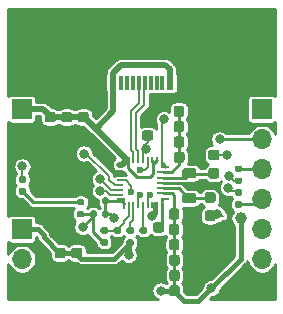
<source format=gtl>
G04 #@! TF.GenerationSoftware,KiCad,Pcbnew,(5.1.10)-1*
G04 #@! TF.CreationDate,2021-12-10T13:25:55-08:00*
G04 #@! TF.ProjectId,BQ25798,42513235-3739-4382-9e6b-696361645f70,rev?*
G04 #@! TF.SameCoordinates,Original*
G04 #@! TF.FileFunction,Copper,L1,Top*
G04 #@! TF.FilePolarity,Positive*
%FSLAX46Y46*%
G04 Gerber Fmt 4.6, Leading zero omitted, Abs format (unit mm)*
G04 Created by KiCad (PCBNEW (5.1.10)-1) date 2021-12-10 13:25:55*
%MOMM*%
%LPD*%
G01*
G04 APERTURE LIST*
G04 #@! TA.AperFunction,SMDPad,CuDef*
%ADD10R,0.700000X0.200000*%
G04 #@! TD*
G04 #@! TA.AperFunction,SMDPad,CuDef*
%ADD11R,1.000000X0.200000*%
G04 #@! TD*
G04 #@! TA.AperFunction,SMDPad,CuDef*
%ADD12R,0.600000X0.200000*%
G04 #@! TD*
G04 #@! TA.AperFunction,SMDPad,CuDef*
%ADD13R,0.200000X0.950000*%
G04 #@! TD*
G04 #@! TA.AperFunction,SMDPad,CuDef*
%ADD14R,0.200000X0.600000*%
G04 #@! TD*
G04 #@! TA.AperFunction,SMDPad,CuDef*
%ADD15R,0.200000X0.900000*%
G04 #@! TD*
G04 #@! TA.AperFunction,ComponentPad*
%ADD16O,1.700000X1.700000*%
G04 #@! TD*
G04 #@! TA.AperFunction,ComponentPad*
%ADD17R,1.700000X1.700000*%
G04 #@! TD*
G04 #@! TA.AperFunction,SMDPad,CuDef*
%ADD18R,0.600000X1.150000*%
G04 #@! TD*
G04 #@! TA.AperFunction,SMDPad,CuDef*
%ADD19R,0.300000X1.150000*%
G04 #@! TD*
G04 #@! TA.AperFunction,ComponentPad*
%ADD20O,1.000000X2.200000*%
G04 #@! TD*
G04 #@! TA.AperFunction,ComponentPad*
%ADD21O,1.000000X1.800000*%
G04 #@! TD*
G04 #@! TA.AperFunction,ViaPad*
%ADD22C,0.800000*%
G04 #@! TD*
G04 #@! TA.AperFunction,ViaPad*
%ADD23C,1.000000*%
G04 #@! TD*
G04 #@! TA.AperFunction,ViaPad*
%ADD24C,0.600000*%
G04 #@! TD*
G04 #@! TA.AperFunction,Conductor*
%ADD25C,0.250000*%
G04 #@! TD*
G04 #@! TA.AperFunction,Conductor*
%ADD26C,0.150000*%
G04 #@! TD*
G04 #@! TA.AperFunction,Conductor*
%ADD27C,0.500000*%
G04 #@! TD*
G04 #@! TA.AperFunction,Conductor*
%ADD28C,0.400000*%
G04 #@! TD*
G04 #@! TA.AperFunction,Conductor*
%ADD29C,0.200000*%
G04 #@! TD*
G04 #@! TA.AperFunction,Conductor*
%ADD30C,0.254000*%
G04 #@! TD*
G04 #@! TA.AperFunction,Conductor*
%ADD31C,0.100000*%
G04 #@! TD*
G04 APERTURE END LIST*
D10*
X90955001Y-111784999D03*
X90955001Y-108984999D03*
X94655001Y-111734999D03*
X94655001Y-109034999D03*
D11*
X94505001Y-109484999D03*
X94505001Y-109934999D03*
X94505001Y-110384999D03*
X94505001Y-110834999D03*
X94505001Y-111284999D03*
D12*
X90905001Y-111384999D03*
X90905001Y-110984999D03*
X90905001Y-110584999D03*
X90905001Y-110184999D03*
X90905001Y-109784999D03*
X90905001Y-109384999D03*
D13*
X94405001Y-112109999D03*
D14*
X94005001Y-112284999D03*
X93605001Y-112284999D03*
X93205001Y-112284999D03*
X92805001Y-112284999D03*
X92805001Y-112284999D03*
X92405001Y-112284999D03*
X92005001Y-112284999D03*
X91605001Y-112284999D03*
D15*
X91205001Y-112134999D03*
X91205001Y-108634999D03*
D14*
X91605001Y-108484999D03*
X92005001Y-108484999D03*
X92405001Y-108484999D03*
X92805001Y-108484999D03*
X93205001Y-108484999D03*
X93605001Y-108484999D03*
X94005001Y-108484999D03*
D13*
X94405001Y-108659999D03*
G04 #@! TA.AperFunction,SMDPad,CuDef*
G36*
G01*
X88890000Y-111745000D02*
X88890000Y-112115000D01*
G75*
G02*
X88755000Y-112250000I-135000J0D01*
G01*
X88485000Y-112250000D01*
G75*
G02*
X88350000Y-112115000I0J135000D01*
G01*
X88350000Y-111745000D01*
G75*
G02*
X88485000Y-111610000I135000J0D01*
G01*
X88755000Y-111610000D01*
G75*
G02*
X88890000Y-111745000I0J-135000D01*
G01*
G37*
G04 #@! TD.AperFunction*
G04 #@! TA.AperFunction,SMDPad,CuDef*
G36*
G01*
X89910000Y-111745000D02*
X89910000Y-112115000D01*
G75*
G02*
X89775000Y-112250000I-135000J0D01*
G01*
X89505000Y-112250000D01*
G75*
G02*
X89370000Y-112115000I0J135000D01*
G01*
X89370000Y-111745000D01*
G75*
G02*
X89505000Y-111610000I135000J0D01*
G01*
X89775000Y-111610000D01*
G75*
G02*
X89910000Y-111745000I0J-135000D01*
G01*
G37*
G04 #@! TD.AperFunction*
G04 #@! TA.AperFunction,SMDPad,CuDef*
G36*
G01*
X89370000Y-113215000D02*
X89370000Y-112845000D01*
G75*
G02*
X89505000Y-112710000I135000J0D01*
G01*
X89775000Y-112710000D01*
G75*
G02*
X89910000Y-112845000I0J-135000D01*
G01*
X89910000Y-113215000D01*
G75*
G02*
X89775000Y-113350000I-135000J0D01*
G01*
X89505000Y-113350000D01*
G75*
G02*
X89370000Y-113215000I0J135000D01*
G01*
G37*
G04 #@! TD.AperFunction*
G04 #@! TA.AperFunction,SMDPad,CuDef*
G36*
G01*
X88350000Y-113215000D02*
X88350000Y-112845000D01*
G75*
G02*
X88485000Y-112710000I135000J0D01*
G01*
X88755000Y-112710000D01*
G75*
G02*
X88890000Y-112845000I0J-135000D01*
G01*
X88890000Y-113215000D01*
G75*
G02*
X88755000Y-113350000I-135000J0D01*
G01*
X88485000Y-113350000D01*
G75*
G02*
X88350000Y-113215000I0J135000D01*
G01*
G37*
G04 #@! TD.AperFunction*
G04 #@! TA.AperFunction,SMDPad,CuDef*
G36*
G01*
X87715000Y-112290000D02*
X87345000Y-112290000D01*
G75*
G02*
X87210000Y-112155000I0J135000D01*
G01*
X87210000Y-111885000D01*
G75*
G02*
X87345000Y-111750000I135000J0D01*
G01*
X87715000Y-111750000D01*
G75*
G02*
X87850000Y-111885000I0J-135000D01*
G01*
X87850000Y-112155000D01*
G75*
G02*
X87715000Y-112290000I-135000J0D01*
G01*
G37*
G04 #@! TD.AperFunction*
G04 #@! TA.AperFunction,SMDPad,CuDef*
G36*
G01*
X87715000Y-113310000D02*
X87345000Y-113310000D01*
G75*
G02*
X87210000Y-113175000I0J135000D01*
G01*
X87210000Y-112905000D01*
G75*
G02*
X87345000Y-112770000I135000J0D01*
G01*
X87715000Y-112770000D01*
G75*
G02*
X87850000Y-112905000I0J-135000D01*
G01*
X87850000Y-113175000D01*
G75*
G02*
X87715000Y-113310000I-135000J0D01*
G01*
G37*
G04 #@! TD.AperFunction*
G04 #@! TA.AperFunction,SMDPad,CuDef*
G36*
G01*
X91915000Y-114690000D02*
X91545000Y-114690000D01*
G75*
G02*
X91410000Y-114555000I0J135000D01*
G01*
X91410000Y-114285000D01*
G75*
G02*
X91545000Y-114150000I135000J0D01*
G01*
X91915000Y-114150000D01*
G75*
G02*
X92050000Y-114285000I0J-135000D01*
G01*
X92050000Y-114555000D01*
G75*
G02*
X91915000Y-114690000I-135000J0D01*
G01*
G37*
G04 #@! TD.AperFunction*
G04 #@! TA.AperFunction,SMDPad,CuDef*
G36*
G01*
X91915000Y-115710000D02*
X91545000Y-115710000D01*
G75*
G02*
X91410000Y-115575000I0J135000D01*
G01*
X91410000Y-115305000D01*
G75*
G02*
X91545000Y-115170000I135000J0D01*
G01*
X91915000Y-115170000D01*
G75*
G02*
X92050000Y-115305000I0J-135000D01*
G01*
X92050000Y-115575000D01*
G75*
G02*
X91915000Y-115710000I-135000J0D01*
G01*
G37*
G04 #@! TD.AperFunction*
G04 #@! TA.AperFunction,SMDPad,CuDef*
G36*
G01*
X101085000Y-111460000D02*
X100715000Y-111460000D01*
G75*
G02*
X100580000Y-111325000I0J135000D01*
G01*
X100580000Y-111055000D01*
G75*
G02*
X100715000Y-110920000I135000J0D01*
G01*
X101085000Y-110920000D01*
G75*
G02*
X101220000Y-111055000I0J-135000D01*
G01*
X101220000Y-111325000D01*
G75*
G02*
X101085000Y-111460000I-135000J0D01*
G01*
G37*
G04 #@! TD.AperFunction*
G04 #@! TA.AperFunction,SMDPad,CuDef*
G36*
G01*
X101085000Y-112480000D02*
X100715000Y-112480000D01*
G75*
G02*
X100580000Y-112345000I0J135000D01*
G01*
X100580000Y-112075000D01*
G75*
G02*
X100715000Y-111940000I135000J0D01*
G01*
X101085000Y-111940000D01*
G75*
G02*
X101220000Y-112075000I0J-135000D01*
G01*
X101220000Y-112345000D01*
G75*
G02*
X101085000Y-112480000I-135000J0D01*
G01*
G37*
G04 #@! TD.AperFunction*
G04 #@! TA.AperFunction,SMDPad,CuDef*
G36*
G01*
X100715000Y-109940000D02*
X101085000Y-109940000D01*
G75*
G02*
X101220000Y-110075000I0J-135000D01*
G01*
X101220000Y-110345000D01*
G75*
G02*
X101085000Y-110480000I-135000J0D01*
G01*
X100715000Y-110480000D01*
G75*
G02*
X100580000Y-110345000I0J135000D01*
G01*
X100580000Y-110075000D01*
G75*
G02*
X100715000Y-109940000I135000J0D01*
G01*
G37*
G04 #@! TD.AperFunction*
G04 #@! TA.AperFunction,SMDPad,CuDef*
G36*
G01*
X100715000Y-108920000D02*
X101085000Y-108920000D01*
G75*
G02*
X101220000Y-109055000I0J-135000D01*
G01*
X101220000Y-109325000D01*
G75*
G02*
X101085000Y-109460000I-135000J0D01*
G01*
X100715000Y-109460000D01*
G75*
G02*
X100580000Y-109325000I0J135000D01*
G01*
X100580000Y-109055000D01*
G75*
G02*
X100715000Y-108920000I135000J0D01*
G01*
G37*
G04 #@! TD.AperFunction*
G04 #@! TA.AperFunction,SMDPad,CuDef*
G36*
G01*
X90445000Y-115170000D02*
X90815000Y-115170000D01*
G75*
G02*
X90950000Y-115305000I0J-135000D01*
G01*
X90950000Y-115575000D01*
G75*
G02*
X90815000Y-115710000I-135000J0D01*
G01*
X90445000Y-115710000D01*
G75*
G02*
X90310000Y-115575000I0J135000D01*
G01*
X90310000Y-115305000D01*
G75*
G02*
X90445000Y-115170000I135000J0D01*
G01*
G37*
G04 #@! TD.AperFunction*
G04 #@! TA.AperFunction,SMDPad,CuDef*
G36*
G01*
X90445000Y-114150000D02*
X90815000Y-114150000D01*
G75*
G02*
X90950000Y-114285000I0J-135000D01*
G01*
X90950000Y-114555000D01*
G75*
G02*
X90815000Y-114690000I-135000J0D01*
G01*
X90445000Y-114690000D01*
G75*
G02*
X90310000Y-114555000I0J135000D01*
G01*
X90310000Y-114285000D01*
G75*
G02*
X90445000Y-114150000I135000J0D01*
G01*
G37*
G04 #@! TD.AperFunction*
G04 #@! TA.AperFunction,SMDPad,CuDef*
G36*
G01*
X89715000Y-114690000D02*
X89345000Y-114690000D01*
G75*
G02*
X89210000Y-114555000I0J135000D01*
G01*
X89210000Y-114285000D01*
G75*
G02*
X89345000Y-114150000I135000J0D01*
G01*
X89715000Y-114150000D01*
G75*
G02*
X89850000Y-114285000I0J-135000D01*
G01*
X89850000Y-114555000D01*
G75*
G02*
X89715000Y-114690000I-135000J0D01*
G01*
G37*
G04 #@! TD.AperFunction*
G04 #@! TA.AperFunction,SMDPad,CuDef*
G36*
G01*
X89715000Y-115710000D02*
X89345000Y-115710000D01*
G75*
G02*
X89210000Y-115575000I0J135000D01*
G01*
X89210000Y-115305000D01*
G75*
G02*
X89345000Y-115170000I135000J0D01*
G01*
X89715000Y-115170000D01*
G75*
G02*
X89850000Y-115305000I0J-135000D01*
G01*
X89850000Y-115575000D01*
G75*
G02*
X89715000Y-115710000I-135000J0D01*
G01*
G37*
G04 #@! TD.AperFunction*
G04 #@! TA.AperFunction,SMDPad,CuDef*
G36*
G01*
X92645000Y-115170000D02*
X93015000Y-115170000D01*
G75*
G02*
X93150000Y-115305000I0J-135000D01*
G01*
X93150000Y-115575000D01*
G75*
G02*
X93015000Y-115710000I-135000J0D01*
G01*
X92645000Y-115710000D01*
G75*
G02*
X92510000Y-115575000I0J135000D01*
G01*
X92510000Y-115305000D01*
G75*
G02*
X92645000Y-115170000I135000J0D01*
G01*
G37*
G04 #@! TD.AperFunction*
G04 #@! TA.AperFunction,SMDPad,CuDef*
G36*
G01*
X92645000Y-114150000D02*
X93015000Y-114150000D01*
G75*
G02*
X93150000Y-114285000I0J-135000D01*
G01*
X93150000Y-114555000D01*
G75*
G02*
X93015000Y-114690000I-135000J0D01*
G01*
X92645000Y-114690000D01*
G75*
G02*
X92510000Y-114555000I0J135000D01*
G01*
X92510000Y-114285000D01*
G75*
G02*
X92645000Y-114150000I135000J0D01*
G01*
G37*
G04 #@! TD.AperFunction*
G04 #@! TA.AperFunction,SMDPad,CuDef*
G36*
G01*
X96348750Y-111255000D02*
X97111250Y-111255000D01*
G75*
G02*
X97330000Y-111473750I0J-218750D01*
G01*
X97330000Y-111911250D01*
G75*
G02*
X97111250Y-112130000I-218750J0D01*
G01*
X96348750Y-112130000D01*
G75*
G02*
X96130000Y-111911250I0J218750D01*
G01*
X96130000Y-111473750D01*
G75*
G02*
X96348750Y-111255000I218750J0D01*
G01*
G37*
G04 #@! TD.AperFunction*
G04 #@! TA.AperFunction,SMDPad,CuDef*
G36*
G01*
X96348750Y-109130000D02*
X97111250Y-109130000D01*
G75*
G02*
X97330000Y-109348750I0J-218750D01*
G01*
X97330000Y-109786250D01*
G75*
G02*
X97111250Y-110005000I-218750J0D01*
G01*
X96348750Y-110005000D01*
G75*
G02*
X96130000Y-109786250I0J218750D01*
G01*
X96130000Y-109348750D01*
G75*
G02*
X96348750Y-109130000I218750J0D01*
G01*
G37*
G04 #@! TD.AperFunction*
D16*
X102870000Y-119380000D03*
X102870000Y-116840000D03*
X102870000Y-114300000D03*
X102870000Y-111760000D03*
X102870000Y-109220000D03*
X102870000Y-106680000D03*
D17*
X102870000Y-104140000D03*
D18*
X90310000Y-101925000D03*
X95110000Y-101925000D03*
X95910000Y-101925000D03*
X89510000Y-101925000D03*
D19*
X94460000Y-101925000D03*
X93960000Y-101925000D03*
X93460000Y-101925000D03*
X90960000Y-101925000D03*
X91460000Y-101925000D03*
X91960000Y-101925000D03*
X92460000Y-101925000D03*
X92960000Y-101925000D03*
D20*
X88390000Y-97350000D03*
X97030000Y-97350000D03*
D21*
X88390000Y-101350000D03*
X88390000Y-101350000D03*
X97030000Y-101350000D03*
D16*
X82550000Y-119380000D03*
X82550000Y-116840000D03*
D17*
X82550000Y-114300000D03*
D16*
X82550000Y-106680000D03*
D17*
X82550000Y-104140000D03*
G04 #@! TA.AperFunction,SMDPad,CuDef*
G36*
G01*
X82427500Y-110790000D02*
X82772500Y-110790000D01*
G75*
G02*
X82920000Y-110937500I0J-147500D01*
G01*
X82920000Y-111232500D01*
G75*
G02*
X82772500Y-111380000I-147500J0D01*
G01*
X82427500Y-111380000D01*
G75*
G02*
X82280000Y-111232500I0J147500D01*
G01*
X82280000Y-110937500D01*
G75*
G02*
X82427500Y-110790000I147500J0D01*
G01*
G37*
G04 #@! TD.AperFunction*
G04 #@! TA.AperFunction,SMDPad,CuDef*
G36*
G01*
X82427500Y-109820000D02*
X82772500Y-109820000D01*
G75*
G02*
X82920000Y-109967500I0J-147500D01*
G01*
X82920000Y-110262500D01*
G75*
G02*
X82772500Y-110410000I-147500J0D01*
G01*
X82427500Y-110410000D01*
G75*
G02*
X82280000Y-110262500I0J147500D01*
G01*
X82280000Y-109967500D01*
G75*
G02*
X82427500Y-109820000I147500J0D01*
G01*
G37*
G04 #@! TD.AperFunction*
G04 #@! TA.AperFunction,SMDPad,CuDef*
G36*
G01*
X98250000Y-112725000D02*
X98750000Y-112725000D01*
G75*
G02*
X98975000Y-112950000I0J-225000D01*
G01*
X98975000Y-113400000D01*
G75*
G02*
X98750000Y-113625000I-225000J0D01*
G01*
X98250000Y-113625000D01*
G75*
G02*
X98025000Y-113400000I0J225000D01*
G01*
X98025000Y-112950000D01*
G75*
G02*
X98250000Y-112725000I225000J0D01*
G01*
G37*
G04 #@! TD.AperFunction*
G04 #@! TA.AperFunction,SMDPad,CuDef*
G36*
G01*
X98250000Y-111175000D02*
X98750000Y-111175000D01*
G75*
G02*
X98975000Y-111400000I0J-225000D01*
G01*
X98975000Y-111850000D01*
G75*
G02*
X98750000Y-112075000I-225000J0D01*
G01*
X98250000Y-112075000D01*
G75*
G02*
X98025000Y-111850000I0J225000D01*
G01*
X98025000Y-111400000D01*
G75*
G02*
X98250000Y-111175000I225000J0D01*
G01*
G37*
G04 #@! TD.AperFunction*
G04 #@! TA.AperFunction,SMDPad,CuDef*
G36*
G01*
X98550000Y-109125000D02*
X99050000Y-109125000D01*
G75*
G02*
X99275000Y-109350000I0J-225000D01*
G01*
X99275000Y-109800000D01*
G75*
G02*
X99050000Y-110025000I-225000J0D01*
G01*
X98550000Y-110025000D01*
G75*
G02*
X98325000Y-109800000I0J225000D01*
G01*
X98325000Y-109350000D01*
G75*
G02*
X98550000Y-109125000I225000J0D01*
G01*
G37*
G04 #@! TD.AperFunction*
G04 #@! TA.AperFunction,SMDPad,CuDef*
G36*
G01*
X98550000Y-107575000D02*
X99050000Y-107575000D01*
G75*
G02*
X99275000Y-107800000I0J-225000D01*
G01*
X99275000Y-108250000D01*
G75*
G02*
X99050000Y-108475000I-225000J0D01*
G01*
X98550000Y-108475000D01*
G75*
G02*
X98325000Y-108250000I0J225000D01*
G01*
X98325000Y-107800000D01*
G75*
G02*
X98550000Y-107575000I225000J0D01*
G01*
G37*
G04 #@! TD.AperFunction*
G04 #@! TA.AperFunction,SMDPad,CuDef*
G36*
G01*
X96580000Y-117180000D02*
X96580000Y-116680000D01*
G75*
G02*
X96805000Y-116455000I225000J0D01*
G01*
X97255000Y-116455000D01*
G75*
G02*
X97480000Y-116680000I0J-225000D01*
G01*
X97480000Y-117180000D01*
G75*
G02*
X97255000Y-117405000I-225000J0D01*
G01*
X96805000Y-117405000D01*
G75*
G02*
X96580000Y-117180000I0J225000D01*
G01*
G37*
G04 #@! TD.AperFunction*
G04 #@! TA.AperFunction,SMDPad,CuDef*
G36*
G01*
X95030000Y-117180000D02*
X95030000Y-116680000D01*
G75*
G02*
X95255000Y-116455000I225000J0D01*
G01*
X95705000Y-116455000D01*
G75*
G02*
X95930000Y-116680000I0J-225000D01*
G01*
X95930000Y-117180000D01*
G75*
G02*
X95705000Y-117405000I-225000J0D01*
G01*
X95255000Y-117405000D01*
G75*
G02*
X95030000Y-117180000I0J225000D01*
G01*
G37*
G04 #@! TD.AperFunction*
G04 #@! TA.AperFunction,SMDPad,CuDef*
G36*
G01*
X93450000Y-105275000D02*
X92950000Y-105275000D01*
G75*
G02*
X92725000Y-105050000I0J225000D01*
G01*
X92725000Y-104600000D01*
G75*
G02*
X92950000Y-104375000I225000J0D01*
G01*
X93450000Y-104375000D01*
G75*
G02*
X93675000Y-104600000I0J-225000D01*
G01*
X93675000Y-105050000D01*
G75*
G02*
X93450000Y-105275000I-225000J0D01*
G01*
G37*
G04 #@! TD.AperFunction*
G04 #@! TA.AperFunction,SMDPad,CuDef*
G36*
G01*
X93450000Y-106825000D02*
X92950000Y-106825000D01*
G75*
G02*
X92725000Y-106600000I0J225000D01*
G01*
X92725000Y-106150000D01*
G75*
G02*
X92950000Y-105925000I225000J0D01*
G01*
X93450000Y-105925000D01*
G75*
G02*
X93675000Y-106150000I0J-225000D01*
G01*
X93675000Y-106600000D01*
G75*
G02*
X93450000Y-106825000I-225000J0D01*
G01*
G37*
G04 #@! TD.AperFunction*
G04 #@! TA.AperFunction,SMDPad,CuDef*
G36*
G01*
X96580000Y-118480000D02*
X96580000Y-117980000D01*
G75*
G02*
X96805000Y-117755000I225000J0D01*
G01*
X97255000Y-117755000D01*
G75*
G02*
X97480000Y-117980000I0J-225000D01*
G01*
X97480000Y-118480000D01*
G75*
G02*
X97255000Y-118705000I-225000J0D01*
G01*
X96805000Y-118705000D01*
G75*
G02*
X96580000Y-118480000I0J225000D01*
G01*
G37*
G04 #@! TD.AperFunction*
G04 #@! TA.AperFunction,SMDPad,CuDef*
G36*
G01*
X95030000Y-118480000D02*
X95030000Y-117980000D01*
G75*
G02*
X95255000Y-117755000I225000J0D01*
G01*
X95705000Y-117755000D01*
G75*
G02*
X95930000Y-117980000I0J-225000D01*
G01*
X95930000Y-118480000D01*
G75*
G02*
X95705000Y-118705000I-225000J0D01*
G01*
X95255000Y-118705000D01*
G75*
G02*
X95030000Y-118480000I0J225000D01*
G01*
G37*
G04 #@! TD.AperFunction*
G04 #@! TA.AperFunction,SMDPad,CuDef*
G36*
G01*
X96555000Y-115880000D02*
X96555000Y-115380000D01*
G75*
G02*
X96780000Y-115155000I225000J0D01*
G01*
X97230000Y-115155000D01*
G75*
G02*
X97455000Y-115380000I0J-225000D01*
G01*
X97455000Y-115880000D01*
G75*
G02*
X97230000Y-116105000I-225000J0D01*
G01*
X96780000Y-116105000D01*
G75*
G02*
X96555000Y-115880000I0J225000D01*
G01*
G37*
G04 #@! TD.AperFunction*
G04 #@! TA.AperFunction,SMDPad,CuDef*
G36*
G01*
X95005000Y-115880000D02*
X95005000Y-115380000D01*
G75*
G02*
X95230000Y-115155000I225000J0D01*
G01*
X95680000Y-115155000D01*
G75*
G02*
X95905000Y-115380000I0J-225000D01*
G01*
X95905000Y-115880000D01*
G75*
G02*
X95680000Y-116105000I-225000J0D01*
G01*
X95230000Y-116105000D01*
G75*
G02*
X95005000Y-115880000I0J225000D01*
G01*
G37*
G04 #@! TD.AperFunction*
G04 #@! TA.AperFunction,SMDPad,CuDef*
G36*
G01*
X96955000Y-105880000D02*
X96955000Y-105380000D01*
G75*
G02*
X97180000Y-105155000I225000J0D01*
G01*
X97630000Y-105155000D01*
G75*
G02*
X97855000Y-105380000I0J-225000D01*
G01*
X97855000Y-105880000D01*
G75*
G02*
X97630000Y-106105000I-225000J0D01*
G01*
X97180000Y-106105000D01*
G75*
G02*
X96955000Y-105880000I0J225000D01*
G01*
G37*
G04 #@! TD.AperFunction*
G04 #@! TA.AperFunction,SMDPad,CuDef*
G36*
G01*
X95405000Y-105880000D02*
X95405000Y-105380000D01*
G75*
G02*
X95630000Y-105155000I225000J0D01*
G01*
X96080000Y-105155000D01*
G75*
G02*
X96305000Y-105380000I0J-225000D01*
G01*
X96305000Y-105880000D01*
G75*
G02*
X96080000Y-106105000I-225000J0D01*
G01*
X95630000Y-106105000D01*
G75*
G02*
X95405000Y-105880000I0J225000D01*
G01*
G37*
G04 #@! TD.AperFunction*
G04 #@! TA.AperFunction,SMDPad,CuDef*
G36*
G01*
X93880000Y-115255000D02*
X94380000Y-115255000D01*
G75*
G02*
X94605000Y-115480000I0J-225000D01*
G01*
X94605000Y-115930000D01*
G75*
G02*
X94380000Y-116155000I-225000J0D01*
G01*
X93880000Y-116155000D01*
G75*
G02*
X93655000Y-115930000I0J225000D01*
G01*
X93655000Y-115480000D01*
G75*
G02*
X93880000Y-115255000I225000J0D01*
G01*
G37*
G04 #@! TD.AperFunction*
G04 #@! TA.AperFunction,SMDPad,CuDef*
G36*
G01*
X93880000Y-113705000D02*
X94380000Y-113705000D01*
G75*
G02*
X94605000Y-113930000I0J-225000D01*
G01*
X94605000Y-114380000D01*
G75*
G02*
X94380000Y-114605000I-225000J0D01*
G01*
X93880000Y-114605000D01*
G75*
G02*
X93655000Y-114380000I0J225000D01*
G01*
X93655000Y-113930000D01*
G75*
G02*
X93880000Y-113705000I225000J0D01*
G01*
G37*
G04 #@! TD.AperFunction*
G04 #@! TA.AperFunction,SMDPad,CuDef*
G36*
G01*
X96580000Y-119780000D02*
X96580000Y-119280000D01*
G75*
G02*
X96805000Y-119055000I225000J0D01*
G01*
X97255000Y-119055000D01*
G75*
G02*
X97480000Y-119280000I0J-225000D01*
G01*
X97480000Y-119780000D01*
G75*
G02*
X97255000Y-120005000I-225000J0D01*
G01*
X96805000Y-120005000D01*
G75*
G02*
X96580000Y-119780000I0J225000D01*
G01*
G37*
G04 #@! TD.AperFunction*
G04 #@! TA.AperFunction,SMDPad,CuDef*
G36*
G01*
X95030000Y-119780000D02*
X95030000Y-119280000D01*
G75*
G02*
X95255000Y-119055000I225000J0D01*
G01*
X95705000Y-119055000D01*
G75*
G02*
X95930000Y-119280000I0J-225000D01*
G01*
X95930000Y-119780000D01*
G75*
G02*
X95705000Y-120005000I-225000J0D01*
G01*
X95255000Y-120005000D01*
G75*
G02*
X95030000Y-119780000I0J225000D01*
G01*
G37*
G04 #@! TD.AperFunction*
G04 #@! TA.AperFunction,SMDPad,CuDef*
G36*
G01*
X96955000Y-107180000D02*
X96955000Y-106680000D01*
G75*
G02*
X97180000Y-106455000I225000J0D01*
G01*
X97630000Y-106455000D01*
G75*
G02*
X97855000Y-106680000I0J-225000D01*
G01*
X97855000Y-107180000D01*
G75*
G02*
X97630000Y-107405000I-225000J0D01*
G01*
X97180000Y-107405000D01*
G75*
G02*
X96955000Y-107180000I0J225000D01*
G01*
G37*
G04 #@! TD.AperFunction*
G04 #@! TA.AperFunction,SMDPad,CuDef*
G36*
G01*
X95405000Y-107180000D02*
X95405000Y-106680000D01*
G75*
G02*
X95630000Y-106455000I225000J0D01*
G01*
X96080000Y-106455000D01*
G75*
G02*
X96305000Y-106680000I0J-225000D01*
G01*
X96305000Y-107180000D01*
G75*
G02*
X96080000Y-107405000I-225000J0D01*
G01*
X95630000Y-107405000D01*
G75*
G02*
X95405000Y-107180000I0J225000D01*
G01*
G37*
G04 #@! TD.AperFunction*
G04 #@! TA.AperFunction,SMDPad,CuDef*
G36*
G01*
X87510000Y-105925000D02*
X88010000Y-105925000D01*
G75*
G02*
X88235000Y-106150000I0J-225000D01*
G01*
X88235000Y-106600000D01*
G75*
G02*
X88010000Y-106825000I-225000J0D01*
G01*
X87510000Y-106825000D01*
G75*
G02*
X87285000Y-106600000I0J225000D01*
G01*
X87285000Y-106150000D01*
G75*
G02*
X87510000Y-105925000I225000J0D01*
G01*
G37*
G04 #@! TD.AperFunction*
G04 #@! TA.AperFunction,SMDPad,CuDef*
G36*
G01*
X87510000Y-104375000D02*
X88010000Y-104375000D01*
G75*
G02*
X88235000Y-104600000I0J-225000D01*
G01*
X88235000Y-105050000D01*
G75*
G02*
X88010000Y-105275000I-225000J0D01*
G01*
X87510000Y-105275000D01*
G75*
G02*
X87285000Y-105050000I0J225000D01*
G01*
X87285000Y-104600000D01*
G75*
G02*
X87510000Y-104375000I225000J0D01*
G01*
G37*
G04 #@! TD.AperFunction*
G04 #@! TA.AperFunction,SMDPad,CuDef*
G36*
G01*
X86950000Y-117425000D02*
X87450000Y-117425000D01*
G75*
G02*
X87675000Y-117650000I0J-225000D01*
G01*
X87675000Y-118100000D01*
G75*
G02*
X87450000Y-118325000I-225000J0D01*
G01*
X86950000Y-118325000D01*
G75*
G02*
X86725000Y-118100000I0J225000D01*
G01*
X86725000Y-117650000D01*
G75*
G02*
X86950000Y-117425000I225000J0D01*
G01*
G37*
G04 #@! TD.AperFunction*
G04 #@! TA.AperFunction,SMDPad,CuDef*
G36*
G01*
X86950000Y-115875000D02*
X87450000Y-115875000D01*
G75*
G02*
X87675000Y-116100000I0J-225000D01*
G01*
X87675000Y-116550000D01*
G75*
G02*
X87450000Y-116775000I-225000J0D01*
G01*
X86950000Y-116775000D01*
G75*
G02*
X86725000Y-116550000I0J225000D01*
G01*
X86725000Y-116100000D01*
G75*
G02*
X86950000Y-115875000I225000J0D01*
G01*
G37*
G04 #@! TD.AperFunction*
G04 #@! TA.AperFunction,SMDPad,CuDef*
G36*
G01*
X96555000Y-114580000D02*
X96555000Y-114080000D01*
G75*
G02*
X96780000Y-113855000I225000J0D01*
G01*
X97230000Y-113855000D01*
G75*
G02*
X97455000Y-114080000I0J-225000D01*
G01*
X97455000Y-114580000D01*
G75*
G02*
X97230000Y-114805000I-225000J0D01*
G01*
X96780000Y-114805000D01*
G75*
G02*
X96555000Y-114580000I0J225000D01*
G01*
G37*
G04 #@! TD.AperFunction*
G04 #@! TA.AperFunction,SMDPad,CuDef*
G36*
G01*
X95005000Y-114580000D02*
X95005000Y-114080000D01*
G75*
G02*
X95230000Y-113855000I225000J0D01*
G01*
X95680000Y-113855000D01*
G75*
G02*
X95905000Y-114080000I0J-225000D01*
G01*
X95905000Y-114580000D01*
G75*
G02*
X95680000Y-114805000I-225000J0D01*
G01*
X95230000Y-114805000D01*
G75*
G02*
X95005000Y-114580000I0J225000D01*
G01*
G37*
G04 #@! TD.AperFunction*
G04 #@! TA.AperFunction,SMDPad,CuDef*
G36*
G01*
X96980000Y-108480000D02*
X96980000Y-107980000D01*
G75*
G02*
X97205000Y-107755000I225000J0D01*
G01*
X97655000Y-107755000D01*
G75*
G02*
X97880000Y-107980000I0J-225000D01*
G01*
X97880000Y-108480000D01*
G75*
G02*
X97655000Y-108705000I-225000J0D01*
G01*
X97205000Y-108705000D01*
G75*
G02*
X96980000Y-108480000I0J225000D01*
G01*
G37*
G04 #@! TD.AperFunction*
G04 #@! TA.AperFunction,SMDPad,CuDef*
G36*
G01*
X95430000Y-108480000D02*
X95430000Y-107980000D01*
G75*
G02*
X95655000Y-107755000I225000J0D01*
G01*
X96105000Y-107755000D01*
G75*
G02*
X96330000Y-107980000I0J-225000D01*
G01*
X96330000Y-108480000D01*
G75*
G02*
X96105000Y-108705000I-225000J0D01*
G01*
X95655000Y-108705000D01*
G75*
G02*
X95430000Y-108480000I0J225000D01*
G01*
G37*
G04 #@! TD.AperFunction*
G04 #@! TA.AperFunction,SMDPad,CuDef*
G36*
G01*
X86110000Y-105925000D02*
X86610000Y-105925000D01*
G75*
G02*
X86835000Y-106150000I0J-225000D01*
G01*
X86835000Y-106600000D01*
G75*
G02*
X86610000Y-106825000I-225000J0D01*
G01*
X86110000Y-106825000D01*
G75*
G02*
X85885000Y-106600000I0J225000D01*
G01*
X85885000Y-106150000D01*
G75*
G02*
X86110000Y-105925000I225000J0D01*
G01*
G37*
G04 #@! TD.AperFunction*
G04 #@! TA.AperFunction,SMDPad,CuDef*
G36*
G01*
X86110000Y-104375000D02*
X86610000Y-104375000D01*
G75*
G02*
X86835000Y-104600000I0J-225000D01*
G01*
X86835000Y-105050000D01*
G75*
G02*
X86610000Y-105275000I-225000J0D01*
G01*
X86110000Y-105275000D01*
G75*
G02*
X85885000Y-105050000I0J225000D01*
G01*
X85885000Y-104600000D01*
G75*
G02*
X86110000Y-104375000I225000J0D01*
G01*
G37*
G04 #@! TD.AperFunction*
G04 #@! TA.AperFunction,SMDPad,CuDef*
G36*
G01*
X85550000Y-117425000D02*
X86050000Y-117425000D01*
G75*
G02*
X86275000Y-117650000I0J-225000D01*
G01*
X86275000Y-118100000D01*
G75*
G02*
X86050000Y-118325000I-225000J0D01*
G01*
X85550000Y-118325000D01*
G75*
G02*
X85325000Y-118100000I0J225000D01*
G01*
X85325000Y-117650000D01*
G75*
G02*
X85550000Y-117425000I225000J0D01*
G01*
G37*
G04 #@! TD.AperFunction*
G04 #@! TA.AperFunction,SMDPad,CuDef*
G36*
G01*
X85550000Y-115875000D02*
X86050000Y-115875000D01*
G75*
G02*
X86275000Y-116100000I0J-225000D01*
G01*
X86275000Y-116550000D01*
G75*
G02*
X86050000Y-116775000I-225000J0D01*
G01*
X85550000Y-116775000D01*
G75*
G02*
X85325000Y-116550000I0J225000D01*
G01*
X85325000Y-116100000D01*
G75*
G02*
X85550000Y-115875000I225000J0D01*
G01*
G37*
G04 #@! TD.AperFunction*
G04 #@! TA.AperFunction,SMDPad,CuDef*
G36*
G01*
X96555000Y-113280000D02*
X96555000Y-112780000D01*
G75*
G02*
X96780000Y-112555000I225000J0D01*
G01*
X97230000Y-112555000D01*
G75*
G02*
X97455000Y-112780000I0J-225000D01*
G01*
X97455000Y-113280000D01*
G75*
G02*
X97230000Y-113505000I-225000J0D01*
G01*
X96780000Y-113505000D01*
G75*
G02*
X96555000Y-113280000I0J225000D01*
G01*
G37*
G04 #@! TD.AperFunction*
G04 #@! TA.AperFunction,SMDPad,CuDef*
G36*
G01*
X95005000Y-113280000D02*
X95005000Y-112780000D01*
G75*
G02*
X95230000Y-112555000I225000J0D01*
G01*
X95680000Y-112555000D01*
G75*
G02*
X95905000Y-112780000I0J-225000D01*
G01*
X95905000Y-113280000D01*
G75*
G02*
X95680000Y-113505000I-225000J0D01*
G01*
X95230000Y-113505000D01*
G75*
G02*
X95005000Y-113280000I0J225000D01*
G01*
G37*
G04 #@! TD.AperFunction*
G04 #@! TA.AperFunction,SMDPad,CuDef*
G36*
G01*
X96955000Y-104580000D02*
X96955000Y-104080000D01*
G75*
G02*
X97180000Y-103855000I225000J0D01*
G01*
X97630000Y-103855000D01*
G75*
G02*
X97855000Y-104080000I0J-225000D01*
G01*
X97855000Y-104580000D01*
G75*
G02*
X97630000Y-104805000I-225000J0D01*
G01*
X97180000Y-104805000D01*
G75*
G02*
X96955000Y-104580000I0J225000D01*
G01*
G37*
G04 #@! TD.AperFunction*
G04 #@! TA.AperFunction,SMDPad,CuDef*
G36*
G01*
X95405000Y-104580000D02*
X95405000Y-104080000D01*
G75*
G02*
X95630000Y-103855000I225000J0D01*
G01*
X96080000Y-103855000D01*
G75*
G02*
X96305000Y-104080000I0J-225000D01*
G01*
X96305000Y-104580000D01*
G75*
G02*
X96080000Y-104805000I-225000J0D01*
G01*
X95630000Y-104805000D01*
G75*
G02*
X95405000Y-104580000I0J225000D01*
G01*
G37*
G04 #@! TD.AperFunction*
G04 #@! TA.AperFunction,SMDPad,CuDef*
G36*
G01*
X84710000Y-105925000D02*
X85210000Y-105925000D01*
G75*
G02*
X85435000Y-106150000I0J-225000D01*
G01*
X85435000Y-106600000D01*
G75*
G02*
X85210000Y-106825000I-225000J0D01*
G01*
X84710000Y-106825000D01*
G75*
G02*
X84485000Y-106600000I0J225000D01*
G01*
X84485000Y-106150000D01*
G75*
G02*
X84710000Y-105925000I225000J0D01*
G01*
G37*
G04 #@! TD.AperFunction*
G04 #@! TA.AperFunction,SMDPad,CuDef*
G36*
G01*
X84710000Y-104375000D02*
X85210000Y-104375000D01*
G75*
G02*
X85435000Y-104600000I0J-225000D01*
G01*
X85435000Y-105050000D01*
G75*
G02*
X85210000Y-105275000I-225000J0D01*
G01*
X84710000Y-105275000D01*
G75*
G02*
X84485000Y-105050000I0J225000D01*
G01*
X84485000Y-104600000D01*
G75*
G02*
X84710000Y-104375000I225000J0D01*
G01*
G37*
G04 #@! TD.AperFunction*
D22*
X87100000Y-119500000D03*
X90200000Y-119400000D03*
X92900000Y-119300000D03*
X99500000Y-115400000D03*
X96900000Y-113700000D03*
X99844838Y-111961325D03*
X84700000Y-108400000D03*
X86100000Y-108400000D03*
X85000000Y-109700000D03*
X98400000Y-118000000D03*
D23*
X101100000Y-113400000D03*
D22*
X94300000Y-119500000D03*
X98609450Y-119309450D03*
X91600000Y-116500000D03*
X93545425Y-113175992D03*
X87700000Y-114100000D03*
X93039838Y-107486613D03*
X99900000Y-108000000D03*
D24*
X92583793Y-109278764D03*
X92600000Y-111400000D03*
D22*
X99099994Y-113000000D03*
X94600000Y-105000000D03*
X82600000Y-109000000D03*
X90400000Y-113400000D03*
D24*
X91830778Y-111180223D03*
X93411631Y-111401557D03*
D22*
X99300000Y-106700000D03*
X87800000Y-107900000D03*
X89200305Y-110072492D03*
X100122609Y-109807533D03*
X89197910Y-111072491D03*
X100000000Y-110800000D03*
D25*
X99844838Y-111717004D02*
X99844838Y-111961325D01*
X94505001Y-110384999D02*
X98512833Y-110384999D01*
X98512833Y-110384999D02*
X99844838Y-111717004D01*
D26*
X90905001Y-109784999D02*
X90905001Y-109505001D01*
X90760008Y-109360008D02*
X90460008Y-109360008D01*
X90905001Y-109505001D02*
X90760008Y-109360008D01*
X90460008Y-109360008D02*
X90300000Y-109200000D01*
D27*
X82550000Y-104140000D02*
X84240000Y-104140000D01*
X84240000Y-104140000D02*
X84340000Y-104140000D01*
X84340000Y-104140000D02*
X85000000Y-104800000D01*
X85000000Y-104800000D02*
X86400000Y-104800000D01*
X86400000Y-104800000D02*
X87800000Y-104800000D01*
X91445000Y-108455000D02*
X91065002Y-108834998D01*
X91455000Y-108455000D02*
X91445000Y-108455000D01*
X91065002Y-108834998D02*
X90800000Y-108834998D01*
X88800000Y-105800000D02*
X90300000Y-104300000D01*
X87800000Y-104800000D02*
X88800000Y-105800000D01*
X88800000Y-105800000D02*
X91455000Y-108455000D01*
X90300000Y-104300000D02*
X90300000Y-102000000D01*
X90300000Y-101049998D02*
X90949998Y-100400000D01*
X90300000Y-102000000D02*
X90300000Y-101049998D01*
X90949998Y-100400000D02*
X94700000Y-100400000D01*
X94700000Y-100400000D02*
X95060001Y-100760001D01*
X95060001Y-100760001D02*
X95060001Y-100989999D01*
X95060001Y-100989999D02*
X95060001Y-102000000D01*
D25*
X91530002Y-109149975D02*
X92283792Y-109903765D01*
X91530002Y-108530002D02*
X91530002Y-109149975D01*
X91455000Y-108455000D02*
X91530002Y-108530002D01*
X93396235Y-109903765D02*
X93630002Y-109669998D01*
X92283792Y-109903765D02*
X93396235Y-109903765D01*
X93630002Y-108829998D02*
X93630002Y-109669998D01*
X93980000Y-108480000D02*
X93630002Y-108829998D01*
X93630002Y-108829998D02*
X93630002Y-108500000D01*
X95240003Y-109484999D02*
X95900000Y-108825002D01*
X94505001Y-109484999D02*
X95240003Y-109484999D01*
X95900000Y-108825002D02*
X95900000Y-104300000D01*
X95255001Y-111284999D02*
X95400000Y-111429998D01*
X94505001Y-111284999D02*
X95255001Y-111284999D01*
X95400000Y-111429998D02*
X95400000Y-113100000D01*
X95455000Y-113030000D02*
X95455000Y-119545000D01*
D28*
X97513890Y-120405010D02*
X96305010Y-120405010D01*
X101100000Y-113400000D02*
X101100000Y-116818900D01*
X96305010Y-120405010D02*
X95500000Y-119600000D01*
X94330000Y-119530000D02*
X94300000Y-119500000D01*
X95480000Y-119530000D02*
X94330000Y-119530000D01*
X98609450Y-119309450D02*
X97513890Y-120405010D01*
X101100000Y-116818900D02*
X98609450Y-119309450D01*
X93545425Y-113175992D02*
X93800000Y-112921417D01*
X93800000Y-112921417D02*
X93800000Y-112200000D01*
X87600000Y-116800000D02*
X90400000Y-116800000D01*
X91600000Y-115600000D02*
X91600000Y-116500000D01*
X87100000Y-116300000D02*
X87600000Y-116800000D01*
X90400000Y-116800000D02*
X91600000Y-115600000D01*
X85700000Y-116300000D02*
X87100000Y-116300000D01*
X84400000Y-115000000D02*
X85700000Y-116300000D01*
X84400000Y-114800000D02*
X84400000Y-115000000D01*
X83900000Y-114300000D02*
X84400000Y-114800000D01*
X82550000Y-114300000D02*
X83900000Y-114300000D01*
D26*
X93884999Y-112284999D02*
X93800000Y-112200000D01*
X94005001Y-112284999D02*
X93884999Y-112284999D01*
D25*
X94130000Y-114155000D02*
X94430002Y-113854998D01*
X94430002Y-113854998D02*
X94430002Y-112845000D01*
X94430002Y-112845000D02*
X94430002Y-112100000D01*
D26*
X94405001Y-112109999D02*
X94405001Y-111994999D01*
X94405001Y-111994999D02*
X94600000Y-111800000D01*
X93200000Y-106375000D02*
X93200000Y-106900000D01*
X93200000Y-106900000D02*
X92800000Y-107300000D01*
X92800000Y-107300000D02*
X92800000Y-108500000D01*
D25*
X87530000Y-113040000D02*
X88560000Y-113040000D01*
X88560000Y-113040000D02*
X88560000Y-114560000D01*
X88560000Y-114560000D02*
X89500000Y-115500000D01*
X88620000Y-113180000D02*
X87700000Y-114100000D01*
X88620000Y-113030000D02*
X88620000Y-113180000D01*
X94505001Y-109934999D02*
X96365001Y-109934999D01*
X96365001Y-109934999D02*
X96700000Y-109600000D01*
X96700000Y-109600000D02*
X98900000Y-109600000D01*
D26*
X99900000Y-108000000D02*
X98800000Y-108000000D01*
X93205001Y-108484999D02*
X93205001Y-109081824D01*
X93205001Y-109081824D02*
X93008061Y-109278764D01*
X93008061Y-109278764D02*
X92583793Y-109278764D01*
X92405001Y-112284999D02*
X92405001Y-111594999D01*
X92405001Y-111594999D02*
X92600000Y-111400000D01*
X99600000Y-113200000D02*
X99299994Y-113200000D01*
X98500000Y-113200000D02*
X99600000Y-113200000D01*
X99299994Y-113200000D02*
X99099994Y-113000000D01*
D25*
X96730000Y-111692500D02*
X98492500Y-111692500D01*
X95834999Y-110834999D02*
X96800000Y-111800000D01*
X94505001Y-110834999D02*
X95834999Y-110834999D01*
X87530000Y-112020000D02*
X83520000Y-112020000D01*
X83520000Y-112020000D02*
X82600000Y-111100000D01*
X94655001Y-108955001D02*
X94430002Y-108730002D01*
X94655001Y-109034999D02*
X94655001Y-108955001D01*
D26*
X94405001Y-105194999D02*
X94600000Y-105000000D01*
X94405001Y-108659999D02*
X94405001Y-105194999D01*
X82600000Y-109000000D02*
X82600000Y-110100000D01*
D25*
X89640000Y-111930000D02*
X90780000Y-111930000D01*
X90780000Y-111930000D02*
X90900000Y-111810000D01*
X89640000Y-111930000D02*
X89640000Y-112960000D01*
X91030000Y-111930000D02*
X91180000Y-112080000D01*
X90780000Y-111930000D02*
X91030000Y-111930000D01*
X91180000Y-112080000D02*
X91180000Y-112200000D01*
X89640000Y-113030000D02*
X90030000Y-113030000D01*
X90030000Y-113030000D02*
X90400000Y-113400000D01*
D26*
X92485000Y-102375000D02*
X92485000Y-102796800D01*
D29*
X92460000Y-101925000D02*
X92460000Y-102350000D01*
X92460000Y-102350000D02*
X92485000Y-102375000D01*
X92485000Y-102796800D02*
X92485000Y-103596800D01*
X92485000Y-103596800D02*
X91775000Y-104306800D01*
D26*
X91775000Y-104306800D02*
X91775000Y-107571619D01*
X91775000Y-107571619D02*
X92000000Y-107796619D01*
X92000000Y-107796619D02*
X92000000Y-108500000D01*
X92935000Y-102375000D02*
X92935000Y-102983200D01*
D29*
X92960000Y-102350000D02*
X92935000Y-102375000D01*
X92960000Y-101925000D02*
X92960000Y-102350000D01*
X92935000Y-102983200D02*
X92935000Y-103783200D01*
X92935000Y-103783200D02*
X92225000Y-104493200D01*
D26*
X92225000Y-104493200D02*
X92225000Y-107385219D01*
X92225000Y-107526631D02*
X92400000Y-107701631D01*
X92225000Y-107385219D02*
X92225000Y-107526631D01*
X92400000Y-107701631D02*
X92400000Y-108500000D01*
X91830778Y-110615774D02*
X91830778Y-111180223D01*
X91400003Y-110184999D02*
X91830778Y-110615774D01*
X90905001Y-110184999D02*
X91400003Y-110184999D01*
X93200000Y-112300000D02*
X93200000Y-111613188D01*
X93200000Y-111613188D02*
X93411631Y-111401557D01*
D25*
X100900000Y-112210000D02*
X102390000Y-112210000D01*
X102390000Y-112210000D02*
X103000000Y-111600000D01*
X100900000Y-109190000D02*
X102790000Y-109190000D01*
X99320000Y-106680000D02*
X99300000Y-106700000D01*
X102870000Y-106680000D02*
X99320000Y-106680000D01*
D26*
X90425000Y-110600000D02*
X90900000Y-110600000D01*
X89932842Y-110107842D02*
X90425000Y-110600000D01*
X89932842Y-109832842D02*
X89932842Y-110107842D01*
X88000000Y-107900000D02*
X89932842Y-109832842D01*
X87800000Y-107900000D02*
X88000000Y-107900000D01*
X92830000Y-114420000D02*
X92830000Y-113730000D01*
X92830000Y-113030000D02*
X92800000Y-113000000D01*
X92830000Y-113730000D02*
X92830000Y-113030000D01*
X92800000Y-113000000D02*
X92800000Y-112300000D01*
X89530000Y-114420000D02*
X90580000Y-114420000D01*
X90580000Y-114420000D02*
X90600000Y-114400000D01*
X90600000Y-114400000D02*
X91200000Y-113800000D01*
X91200000Y-113600000D02*
X91600000Y-113200000D01*
X91200000Y-113800000D02*
X91200000Y-113600000D01*
X91600000Y-113200000D02*
X91600000Y-112300000D01*
X89200305Y-110095475D02*
X89200305Y-110072492D01*
X90089829Y-110984999D02*
X89200305Y-110095475D01*
X90905001Y-110984999D02*
X90089829Y-110984999D01*
X100800000Y-110200000D02*
X100515076Y-110200000D01*
X100515076Y-110200000D02*
X100122609Y-109807533D01*
X89682333Y-111072491D02*
X89197910Y-111072491D01*
X89994841Y-111384999D02*
X89682333Y-111072491D01*
X90905001Y-111384999D02*
X89994841Y-111384999D01*
X100900000Y-111100000D02*
X100300000Y-111100000D01*
X100300000Y-111100000D02*
X100000000Y-110800000D01*
X91730000Y-114420000D02*
X91730000Y-113770000D01*
X91730000Y-113770000D02*
X92000000Y-113500000D01*
X92000000Y-112800000D02*
X91980002Y-112780002D01*
X92000000Y-113500000D02*
X92000000Y-112800000D01*
X91980002Y-112780002D02*
X91980002Y-112300000D01*
D30*
X101690153Y-117197903D02*
X101782647Y-117421202D01*
X101916927Y-117622167D01*
X102087833Y-117793073D01*
X102288798Y-117927353D01*
X102512097Y-118019847D01*
X102749151Y-118067000D01*
X102990849Y-118067000D01*
X103227903Y-118019847D01*
X103451202Y-117927353D01*
X103652167Y-117793073D01*
X103823073Y-117622167D01*
X103957353Y-117421202D01*
X104013000Y-117286859D01*
X104013000Y-120234041D01*
X103972076Y-120246551D01*
X103969373Y-120248000D01*
X98486901Y-120248000D01*
X98648451Y-120086450D01*
X98685978Y-120086450D01*
X98836093Y-120056591D01*
X98977498Y-119998019D01*
X99104759Y-119912986D01*
X99212986Y-119804759D01*
X99298019Y-119677498D01*
X99356591Y-119536093D01*
X99386450Y-119385978D01*
X99386450Y-119348451D01*
X101487962Y-117246939D01*
X101509974Y-117228874D01*
X101582079Y-117141015D01*
X101629625Y-117052061D01*
X101635657Y-117040777D01*
X101649694Y-116994503D01*
X101690153Y-117197903D01*
G04 #@! TA.AperFunction,Conductor*
D31*
G36*
X101690153Y-117197903D02*
G01*
X101782647Y-117421202D01*
X101916927Y-117622167D01*
X102087833Y-117793073D01*
X102288798Y-117927353D01*
X102512097Y-118019847D01*
X102749151Y-118067000D01*
X102990849Y-118067000D01*
X103227903Y-118019847D01*
X103451202Y-117927353D01*
X103652167Y-117793073D01*
X103823073Y-117622167D01*
X103957353Y-117421202D01*
X104013000Y-117286859D01*
X104013000Y-120234041D01*
X103972076Y-120246551D01*
X103969373Y-120248000D01*
X98486901Y-120248000D01*
X98648451Y-120086450D01*
X98685978Y-120086450D01*
X98836093Y-120056591D01*
X98977498Y-119998019D01*
X99104759Y-119912986D01*
X99212986Y-119804759D01*
X99298019Y-119677498D01*
X99356591Y-119536093D01*
X99386450Y-119385978D01*
X99386450Y-119348451D01*
X101487962Y-117246939D01*
X101509974Y-117228874D01*
X101582079Y-117141015D01*
X101629625Y-117052061D01*
X101635657Y-117040777D01*
X101649694Y-116994503D01*
X101690153Y-117197903D01*
G37*
G04 #@! TD.AperFunction*
D30*
X93544533Y-114882061D02*
X93648927Y-114937861D01*
X93762200Y-114972222D01*
X93880000Y-114983824D01*
X94380000Y-114983824D01*
X94497800Y-114972222D01*
X94611073Y-114937861D01*
X94711279Y-114884299D01*
X94727939Y-114915467D01*
X94780900Y-114980000D01*
X94727939Y-115044533D01*
X94672139Y-115148927D01*
X94637778Y-115262200D01*
X94626176Y-115380000D01*
X94626176Y-115880000D01*
X94637778Y-115997800D01*
X94672139Y-116111073D01*
X94727939Y-116215467D01*
X94793400Y-116295231D01*
X94752939Y-116344533D01*
X94697139Y-116448927D01*
X94662778Y-116562200D01*
X94651176Y-116680000D01*
X94651176Y-117180000D01*
X94662778Y-117297800D01*
X94697139Y-117411073D01*
X94752939Y-117515467D01*
X94805900Y-117580000D01*
X94752939Y-117644533D01*
X94697139Y-117748927D01*
X94662778Y-117862200D01*
X94651176Y-117980000D01*
X94651176Y-118480000D01*
X94662778Y-118597800D01*
X94697139Y-118711073D01*
X94752939Y-118815467D01*
X94805900Y-118880000D01*
X94793423Y-118895204D01*
X94668048Y-118811431D01*
X94526643Y-118752859D01*
X94376528Y-118723000D01*
X94223472Y-118723000D01*
X94073357Y-118752859D01*
X93931952Y-118811431D01*
X93804691Y-118896464D01*
X93696464Y-119004691D01*
X93611431Y-119131952D01*
X93552859Y-119273357D01*
X93523000Y-119423472D01*
X93523000Y-119576528D01*
X93552859Y-119726643D01*
X93611431Y-119868048D01*
X93696464Y-119995309D01*
X93804691Y-120103536D01*
X93931952Y-120188569D01*
X94073357Y-120247141D01*
X94077676Y-120248000D01*
X81407000Y-120248000D01*
X81407000Y-117286859D01*
X81462647Y-117421202D01*
X81596927Y-117622167D01*
X81767833Y-117793073D01*
X81968798Y-117927353D01*
X82192097Y-118019847D01*
X82429151Y-118067000D01*
X82670849Y-118067000D01*
X82907903Y-118019847D01*
X83131202Y-117927353D01*
X83332167Y-117793073D01*
X83503073Y-117622167D01*
X83637353Y-117421202D01*
X83729847Y-117197903D01*
X83777000Y-116960849D01*
X83777000Y-116719151D01*
X83729847Y-116482097D01*
X83637353Y-116258798D01*
X83503073Y-116057833D01*
X83332167Y-115886927D01*
X83131202Y-115752647D01*
X82907903Y-115660153D01*
X82670849Y-115613000D01*
X82429151Y-115613000D01*
X82192097Y-115660153D01*
X81968798Y-115752647D01*
X81767833Y-115886927D01*
X81596927Y-116057833D01*
X81462647Y-116258798D01*
X81407000Y-116393141D01*
X81407000Y-115387247D01*
X81432131Y-115417869D01*
X81489537Y-115464981D01*
X81555030Y-115499988D01*
X81626095Y-115521545D01*
X81700000Y-115528824D01*
X83400000Y-115528824D01*
X83473905Y-115521545D01*
X83544970Y-115499988D01*
X83610463Y-115464981D01*
X83667869Y-115417869D01*
X83714981Y-115360463D01*
X83749988Y-115294970D01*
X83771545Y-115223905D01*
X83778824Y-115150000D01*
X83778824Y-114994825D01*
X83824165Y-115040166D01*
X83825600Y-115054736D01*
X83831349Y-115113111D01*
X83838857Y-115137861D01*
X83864343Y-115221876D01*
X83917922Y-115322115D01*
X83929035Y-115335656D01*
X83971963Y-115387964D01*
X83971966Y-115387967D01*
X83990027Y-115409974D01*
X84012034Y-115428035D01*
X84946176Y-116362177D01*
X84946176Y-116550000D01*
X84957778Y-116667800D01*
X84992139Y-116781073D01*
X85047939Y-116885467D01*
X85123032Y-116976968D01*
X85214533Y-117052061D01*
X85318927Y-117107861D01*
X85432200Y-117142222D01*
X85550000Y-117153824D01*
X86050000Y-117153824D01*
X86167800Y-117142222D01*
X86281073Y-117107861D01*
X86385467Y-117052061D01*
X86476968Y-116976968D01*
X86500000Y-116948903D01*
X86523032Y-116976968D01*
X86614533Y-117052061D01*
X86718927Y-117107861D01*
X86832200Y-117142222D01*
X86950000Y-117153824D01*
X87137823Y-117153824D01*
X87171961Y-117187962D01*
X87190026Y-117209974D01*
X87277885Y-117282079D01*
X87378124Y-117335657D01*
X87422782Y-117349204D01*
X87486888Y-117368651D01*
X87544886Y-117374363D01*
X87571664Y-117377000D01*
X87571669Y-117377000D01*
X87600000Y-117379790D01*
X87628331Y-117377000D01*
X90371669Y-117377000D01*
X90400000Y-117379790D01*
X90428331Y-117377000D01*
X90428336Y-117377000D01*
X90458045Y-117374074D01*
X90513111Y-117368651D01*
X90559571Y-117354557D01*
X90621876Y-117335657D01*
X90722115Y-117282079D01*
X90809974Y-117209974D01*
X90828039Y-117187962D01*
X91008578Y-117007423D01*
X91104691Y-117103536D01*
X91231952Y-117188569D01*
X91373357Y-117247141D01*
X91523472Y-117277000D01*
X91676528Y-117277000D01*
X91826643Y-117247141D01*
X91968048Y-117188569D01*
X92095309Y-117103536D01*
X92203536Y-116995309D01*
X92288569Y-116868048D01*
X92347141Y-116726643D01*
X92377000Y-116576528D01*
X92377000Y-116423472D01*
X92347141Y-116273357D01*
X92288569Y-116131952D01*
X92203536Y-116004691D01*
X92200799Y-116001954D01*
X92278328Y-115938328D01*
X92342229Y-115860465D01*
X92389711Y-115771632D01*
X92418951Y-115675242D01*
X92428824Y-115575000D01*
X92428824Y-115305000D01*
X92418951Y-115204758D01*
X92389711Y-115108368D01*
X92342229Y-115019535D01*
X92278328Y-114941672D01*
X92264106Y-114930000D01*
X92278328Y-114918328D01*
X92280000Y-114916291D01*
X92281672Y-114918328D01*
X92359535Y-114982229D01*
X92448368Y-115029711D01*
X92544758Y-115058951D01*
X92645000Y-115068824D01*
X93015000Y-115068824D01*
X93115242Y-115058951D01*
X93211632Y-115029711D01*
X93300465Y-114982229D01*
X93378328Y-114918328D01*
X93442229Y-114840465D01*
X93457968Y-114811019D01*
X93544533Y-114882061D01*
G04 #@! TA.AperFunction,Conductor*
D31*
G36*
X93544533Y-114882061D02*
G01*
X93648927Y-114937861D01*
X93762200Y-114972222D01*
X93880000Y-114983824D01*
X94380000Y-114983824D01*
X94497800Y-114972222D01*
X94611073Y-114937861D01*
X94711279Y-114884299D01*
X94727939Y-114915467D01*
X94780900Y-114980000D01*
X94727939Y-115044533D01*
X94672139Y-115148927D01*
X94637778Y-115262200D01*
X94626176Y-115380000D01*
X94626176Y-115880000D01*
X94637778Y-115997800D01*
X94672139Y-116111073D01*
X94727939Y-116215467D01*
X94793400Y-116295231D01*
X94752939Y-116344533D01*
X94697139Y-116448927D01*
X94662778Y-116562200D01*
X94651176Y-116680000D01*
X94651176Y-117180000D01*
X94662778Y-117297800D01*
X94697139Y-117411073D01*
X94752939Y-117515467D01*
X94805900Y-117580000D01*
X94752939Y-117644533D01*
X94697139Y-117748927D01*
X94662778Y-117862200D01*
X94651176Y-117980000D01*
X94651176Y-118480000D01*
X94662778Y-118597800D01*
X94697139Y-118711073D01*
X94752939Y-118815467D01*
X94805900Y-118880000D01*
X94793423Y-118895204D01*
X94668048Y-118811431D01*
X94526643Y-118752859D01*
X94376528Y-118723000D01*
X94223472Y-118723000D01*
X94073357Y-118752859D01*
X93931952Y-118811431D01*
X93804691Y-118896464D01*
X93696464Y-119004691D01*
X93611431Y-119131952D01*
X93552859Y-119273357D01*
X93523000Y-119423472D01*
X93523000Y-119576528D01*
X93552859Y-119726643D01*
X93611431Y-119868048D01*
X93696464Y-119995309D01*
X93804691Y-120103536D01*
X93931952Y-120188569D01*
X94073357Y-120247141D01*
X94077676Y-120248000D01*
X81407000Y-120248000D01*
X81407000Y-117286859D01*
X81462647Y-117421202D01*
X81596927Y-117622167D01*
X81767833Y-117793073D01*
X81968798Y-117927353D01*
X82192097Y-118019847D01*
X82429151Y-118067000D01*
X82670849Y-118067000D01*
X82907903Y-118019847D01*
X83131202Y-117927353D01*
X83332167Y-117793073D01*
X83503073Y-117622167D01*
X83637353Y-117421202D01*
X83729847Y-117197903D01*
X83777000Y-116960849D01*
X83777000Y-116719151D01*
X83729847Y-116482097D01*
X83637353Y-116258798D01*
X83503073Y-116057833D01*
X83332167Y-115886927D01*
X83131202Y-115752647D01*
X82907903Y-115660153D01*
X82670849Y-115613000D01*
X82429151Y-115613000D01*
X82192097Y-115660153D01*
X81968798Y-115752647D01*
X81767833Y-115886927D01*
X81596927Y-116057833D01*
X81462647Y-116258798D01*
X81407000Y-116393141D01*
X81407000Y-115387247D01*
X81432131Y-115417869D01*
X81489537Y-115464981D01*
X81555030Y-115499988D01*
X81626095Y-115521545D01*
X81700000Y-115528824D01*
X83400000Y-115528824D01*
X83473905Y-115521545D01*
X83544970Y-115499988D01*
X83610463Y-115464981D01*
X83667869Y-115417869D01*
X83714981Y-115360463D01*
X83749988Y-115294970D01*
X83771545Y-115223905D01*
X83778824Y-115150000D01*
X83778824Y-114994825D01*
X83824165Y-115040166D01*
X83825600Y-115054736D01*
X83831349Y-115113111D01*
X83838857Y-115137861D01*
X83864343Y-115221876D01*
X83917922Y-115322115D01*
X83929035Y-115335656D01*
X83971963Y-115387964D01*
X83971966Y-115387967D01*
X83990027Y-115409974D01*
X84012034Y-115428035D01*
X84946176Y-116362177D01*
X84946176Y-116550000D01*
X84957778Y-116667800D01*
X84992139Y-116781073D01*
X85047939Y-116885467D01*
X85123032Y-116976968D01*
X85214533Y-117052061D01*
X85318927Y-117107861D01*
X85432200Y-117142222D01*
X85550000Y-117153824D01*
X86050000Y-117153824D01*
X86167800Y-117142222D01*
X86281073Y-117107861D01*
X86385467Y-117052061D01*
X86476968Y-116976968D01*
X86500000Y-116948903D01*
X86523032Y-116976968D01*
X86614533Y-117052061D01*
X86718927Y-117107861D01*
X86832200Y-117142222D01*
X86950000Y-117153824D01*
X87137823Y-117153824D01*
X87171961Y-117187962D01*
X87190026Y-117209974D01*
X87277885Y-117282079D01*
X87378124Y-117335657D01*
X87422782Y-117349204D01*
X87486888Y-117368651D01*
X87544886Y-117374363D01*
X87571664Y-117377000D01*
X87571669Y-117377000D01*
X87600000Y-117379790D01*
X87628331Y-117377000D01*
X90371669Y-117377000D01*
X90400000Y-117379790D01*
X90428331Y-117377000D01*
X90428336Y-117377000D01*
X90458045Y-117374074D01*
X90513111Y-117368651D01*
X90559571Y-117354557D01*
X90621876Y-117335657D01*
X90722115Y-117282079D01*
X90809974Y-117209974D01*
X90828039Y-117187962D01*
X91008578Y-117007423D01*
X91104691Y-117103536D01*
X91231952Y-117188569D01*
X91373357Y-117247141D01*
X91523472Y-117277000D01*
X91676528Y-117277000D01*
X91826643Y-117247141D01*
X91968048Y-117188569D01*
X92095309Y-117103536D01*
X92203536Y-116995309D01*
X92288569Y-116868048D01*
X92347141Y-116726643D01*
X92377000Y-116576528D01*
X92377000Y-116423472D01*
X92347141Y-116273357D01*
X92288569Y-116131952D01*
X92203536Y-116004691D01*
X92200799Y-116001954D01*
X92278328Y-115938328D01*
X92342229Y-115860465D01*
X92389711Y-115771632D01*
X92418951Y-115675242D01*
X92428824Y-115575000D01*
X92428824Y-115305000D01*
X92418951Y-115204758D01*
X92389711Y-115108368D01*
X92342229Y-115019535D01*
X92278328Y-114941672D01*
X92264106Y-114930000D01*
X92278328Y-114918328D01*
X92280000Y-114916291D01*
X92281672Y-114918328D01*
X92359535Y-114982229D01*
X92448368Y-115029711D01*
X92544758Y-115058951D01*
X92645000Y-115068824D01*
X93015000Y-115068824D01*
X93115242Y-115058951D01*
X93211632Y-115029711D01*
X93300465Y-114982229D01*
X93378328Y-114918328D01*
X93442229Y-114840465D01*
X93457968Y-114811019D01*
X93544533Y-114882061D01*
G37*
G04 #@! TD.AperFunction*
D30*
X98047939Y-110135467D02*
X98123032Y-110226968D01*
X98214533Y-110302061D01*
X98318927Y-110357861D01*
X98432200Y-110392222D01*
X98550000Y-110403824D01*
X99050000Y-110403824D01*
X99167800Y-110392222D01*
X99281073Y-110357861D01*
X99385467Y-110302061D01*
X99461459Y-110239696D01*
X99396464Y-110304691D01*
X99311431Y-110431952D01*
X99252859Y-110573357D01*
X99223000Y-110723472D01*
X99223000Y-110876528D01*
X99252859Y-111026643D01*
X99311431Y-111168048D01*
X99396464Y-111295309D01*
X99504691Y-111403536D01*
X99631952Y-111488569D01*
X99773357Y-111547141D01*
X99923472Y-111577000D01*
X100076528Y-111577000D01*
X100226643Y-111547141D01*
X100226992Y-111546996D01*
X100255339Y-111549788D01*
X100287771Y-111610465D01*
X100351672Y-111688328D01*
X100365894Y-111700000D01*
X100351672Y-111711672D01*
X100287771Y-111789535D01*
X100240289Y-111878368D01*
X100211049Y-111974758D01*
X100201176Y-112075000D01*
X100201176Y-112345000D01*
X100211049Y-112445242D01*
X100240289Y-112541632D01*
X100287771Y-112630465D01*
X100351672Y-112708328D01*
X100429535Y-112772229D01*
X100467313Y-112792422D01*
X100418790Y-112840945D01*
X100322813Y-112984585D01*
X100256703Y-113144189D01*
X100223000Y-113313623D01*
X100223000Y-113486377D01*
X100256703Y-113655811D01*
X100322813Y-113815415D01*
X100418790Y-113959055D01*
X100523000Y-114063265D01*
X100523001Y-116579898D01*
X98570449Y-118532450D01*
X98532922Y-118532450D01*
X98382807Y-118562309D01*
X98241402Y-118620881D01*
X98114141Y-118705914D01*
X98005914Y-118814141D01*
X97920881Y-118941402D01*
X97862309Y-119082807D01*
X97832450Y-119232922D01*
X97832450Y-119270449D01*
X97274889Y-119828010D01*
X96544012Y-119828010D01*
X96308824Y-119592823D01*
X96308824Y-119280000D01*
X96297222Y-119162200D01*
X96262861Y-119048927D01*
X96207061Y-118944533D01*
X96154100Y-118880000D01*
X96207061Y-118815467D01*
X96262861Y-118711073D01*
X96297222Y-118597800D01*
X96308824Y-118480000D01*
X96308824Y-117980000D01*
X96297222Y-117862200D01*
X96262861Y-117748927D01*
X96207061Y-117644533D01*
X96154100Y-117580000D01*
X96207061Y-117515467D01*
X96262861Y-117411073D01*
X96297222Y-117297800D01*
X96308824Y-117180000D01*
X96308824Y-116680000D01*
X96297222Y-116562200D01*
X96262861Y-116448927D01*
X96207061Y-116344533D01*
X96141600Y-116264769D01*
X96182061Y-116215467D01*
X96237861Y-116111073D01*
X96272222Y-115997800D01*
X96283824Y-115880000D01*
X96283824Y-115380000D01*
X96272222Y-115262200D01*
X96237861Y-115148927D01*
X96182061Y-115044533D01*
X96129100Y-114980000D01*
X96182061Y-114915467D01*
X96237861Y-114811073D01*
X96272222Y-114697800D01*
X96283824Y-114580000D01*
X96283824Y-114080000D01*
X96272222Y-113962200D01*
X96237861Y-113848927D01*
X96182061Y-113744533D01*
X96129100Y-113680000D01*
X96182061Y-113615467D01*
X96237861Y-113511073D01*
X96272222Y-113397800D01*
X96283824Y-113280000D01*
X96283824Y-112780000D01*
X96272222Y-112662200D01*
X96237861Y-112548927D01*
X96206054Y-112489420D01*
X96232169Y-112497342D01*
X96348750Y-112508824D01*
X97111250Y-112508824D01*
X97227831Y-112497342D01*
X97339932Y-112463336D01*
X97443244Y-112408115D01*
X97533799Y-112333799D01*
X97608115Y-112243244D01*
X97634169Y-112194500D01*
X97755352Y-112194500D01*
X97823032Y-112276968D01*
X97914533Y-112352061D01*
X98004220Y-112400000D01*
X97914533Y-112447939D01*
X97823032Y-112523032D01*
X97747939Y-112614533D01*
X97692139Y-112718927D01*
X97657778Y-112832200D01*
X97646176Y-112950000D01*
X97646176Y-113400000D01*
X97657778Y-113517800D01*
X97692139Y-113631073D01*
X97747939Y-113735467D01*
X97823032Y-113826968D01*
X97914533Y-113902061D01*
X98018927Y-113957861D01*
X98132200Y-113992222D01*
X98250000Y-114003824D01*
X98750000Y-114003824D01*
X98867800Y-113992222D01*
X98981073Y-113957861D01*
X99085467Y-113902061D01*
X99176968Y-113826968D01*
X99226063Y-113767146D01*
X99326637Y-113747141D01*
X99468042Y-113688569D01*
X99522771Y-113652000D01*
X99622205Y-113652000D01*
X99688607Y-113645460D01*
X99773810Y-113619614D01*
X99852333Y-113577643D01*
X99921159Y-113521159D01*
X99977643Y-113452333D01*
X100019614Y-113373810D01*
X100045460Y-113288607D01*
X100054187Y-113200000D01*
X100045460Y-113111393D01*
X100019614Y-113026190D01*
X99977643Y-112947667D01*
X99921159Y-112878841D01*
X99857769Y-112826818D01*
X99847135Y-112773357D01*
X99788563Y-112631952D01*
X99703530Y-112504691D01*
X99595303Y-112396464D01*
X99468042Y-112311431D01*
X99326637Y-112252859D01*
X99214980Y-112230650D01*
X99252061Y-112185467D01*
X99307861Y-112081073D01*
X99342222Y-111967800D01*
X99353824Y-111850000D01*
X99353824Y-111400000D01*
X99342222Y-111282200D01*
X99307861Y-111168927D01*
X99252061Y-111064533D01*
X99176968Y-110973032D01*
X99085467Y-110897939D01*
X98981073Y-110842139D01*
X98867800Y-110807778D01*
X98750000Y-110796176D01*
X98250000Y-110796176D01*
X98132200Y-110807778D01*
X98018927Y-110842139D01*
X97914533Y-110897939D01*
X97823032Y-110973032D01*
X97747939Y-111064533D01*
X97692139Y-111168927D01*
X97685595Y-111190500D01*
X97634169Y-111190500D01*
X97608115Y-111141756D01*
X97533799Y-111051201D01*
X97443244Y-110976885D01*
X97339932Y-110921664D01*
X97227831Y-110887658D01*
X97111250Y-110876176D01*
X96586110Y-110876176D01*
X96207400Y-110497466D01*
X96191683Y-110478315D01*
X96141340Y-110436999D01*
X96340358Y-110436999D01*
X96365001Y-110439426D01*
X96389644Y-110436999D01*
X96389654Y-110436999D01*
X96463410Y-110429735D01*
X96558037Y-110401030D01*
X96590227Y-110383824D01*
X97111250Y-110383824D01*
X97227831Y-110372342D01*
X97339932Y-110338336D01*
X97443244Y-110283115D01*
X97533799Y-110208799D01*
X97608115Y-110118244D01*
X97616798Y-110102000D01*
X98030050Y-110102000D01*
X98047939Y-110135467D01*
G04 #@! TA.AperFunction,Conductor*
D31*
G36*
X98047939Y-110135467D02*
G01*
X98123032Y-110226968D01*
X98214533Y-110302061D01*
X98318927Y-110357861D01*
X98432200Y-110392222D01*
X98550000Y-110403824D01*
X99050000Y-110403824D01*
X99167800Y-110392222D01*
X99281073Y-110357861D01*
X99385467Y-110302061D01*
X99461459Y-110239696D01*
X99396464Y-110304691D01*
X99311431Y-110431952D01*
X99252859Y-110573357D01*
X99223000Y-110723472D01*
X99223000Y-110876528D01*
X99252859Y-111026643D01*
X99311431Y-111168048D01*
X99396464Y-111295309D01*
X99504691Y-111403536D01*
X99631952Y-111488569D01*
X99773357Y-111547141D01*
X99923472Y-111577000D01*
X100076528Y-111577000D01*
X100226643Y-111547141D01*
X100226992Y-111546996D01*
X100255339Y-111549788D01*
X100287771Y-111610465D01*
X100351672Y-111688328D01*
X100365894Y-111700000D01*
X100351672Y-111711672D01*
X100287771Y-111789535D01*
X100240289Y-111878368D01*
X100211049Y-111974758D01*
X100201176Y-112075000D01*
X100201176Y-112345000D01*
X100211049Y-112445242D01*
X100240289Y-112541632D01*
X100287771Y-112630465D01*
X100351672Y-112708328D01*
X100429535Y-112772229D01*
X100467313Y-112792422D01*
X100418790Y-112840945D01*
X100322813Y-112984585D01*
X100256703Y-113144189D01*
X100223000Y-113313623D01*
X100223000Y-113486377D01*
X100256703Y-113655811D01*
X100322813Y-113815415D01*
X100418790Y-113959055D01*
X100523000Y-114063265D01*
X100523001Y-116579898D01*
X98570449Y-118532450D01*
X98532922Y-118532450D01*
X98382807Y-118562309D01*
X98241402Y-118620881D01*
X98114141Y-118705914D01*
X98005914Y-118814141D01*
X97920881Y-118941402D01*
X97862309Y-119082807D01*
X97832450Y-119232922D01*
X97832450Y-119270449D01*
X97274889Y-119828010D01*
X96544012Y-119828010D01*
X96308824Y-119592823D01*
X96308824Y-119280000D01*
X96297222Y-119162200D01*
X96262861Y-119048927D01*
X96207061Y-118944533D01*
X96154100Y-118880000D01*
X96207061Y-118815467D01*
X96262861Y-118711073D01*
X96297222Y-118597800D01*
X96308824Y-118480000D01*
X96308824Y-117980000D01*
X96297222Y-117862200D01*
X96262861Y-117748927D01*
X96207061Y-117644533D01*
X96154100Y-117580000D01*
X96207061Y-117515467D01*
X96262861Y-117411073D01*
X96297222Y-117297800D01*
X96308824Y-117180000D01*
X96308824Y-116680000D01*
X96297222Y-116562200D01*
X96262861Y-116448927D01*
X96207061Y-116344533D01*
X96141600Y-116264769D01*
X96182061Y-116215467D01*
X96237861Y-116111073D01*
X96272222Y-115997800D01*
X96283824Y-115880000D01*
X96283824Y-115380000D01*
X96272222Y-115262200D01*
X96237861Y-115148927D01*
X96182061Y-115044533D01*
X96129100Y-114980000D01*
X96182061Y-114915467D01*
X96237861Y-114811073D01*
X96272222Y-114697800D01*
X96283824Y-114580000D01*
X96283824Y-114080000D01*
X96272222Y-113962200D01*
X96237861Y-113848927D01*
X96182061Y-113744533D01*
X96129100Y-113680000D01*
X96182061Y-113615467D01*
X96237861Y-113511073D01*
X96272222Y-113397800D01*
X96283824Y-113280000D01*
X96283824Y-112780000D01*
X96272222Y-112662200D01*
X96237861Y-112548927D01*
X96206054Y-112489420D01*
X96232169Y-112497342D01*
X96348750Y-112508824D01*
X97111250Y-112508824D01*
X97227831Y-112497342D01*
X97339932Y-112463336D01*
X97443244Y-112408115D01*
X97533799Y-112333799D01*
X97608115Y-112243244D01*
X97634169Y-112194500D01*
X97755352Y-112194500D01*
X97823032Y-112276968D01*
X97914533Y-112352061D01*
X98004220Y-112400000D01*
X97914533Y-112447939D01*
X97823032Y-112523032D01*
X97747939Y-112614533D01*
X97692139Y-112718927D01*
X97657778Y-112832200D01*
X97646176Y-112950000D01*
X97646176Y-113400000D01*
X97657778Y-113517800D01*
X97692139Y-113631073D01*
X97747939Y-113735467D01*
X97823032Y-113826968D01*
X97914533Y-113902061D01*
X98018927Y-113957861D01*
X98132200Y-113992222D01*
X98250000Y-114003824D01*
X98750000Y-114003824D01*
X98867800Y-113992222D01*
X98981073Y-113957861D01*
X99085467Y-113902061D01*
X99176968Y-113826968D01*
X99226063Y-113767146D01*
X99326637Y-113747141D01*
X99468042Y-113688569D01*
X99522771Y-113652000D01*
X99622205Y-113652000D01*
X99688607Y-113645460D01*
X99773810Y-113619614D01*
X99852333Y-113577643D01*
X99921159Y-113521159D01*
X99977643Y-113452333D01*
X100019614Y-113373810D01*
X100045460Y-113288607D01*
X100054187Y-113200000D01*
X100045460Y-113111393D01*
X100019614Y-113026190D01*
X99977643Y-112947667D01*
X99921159Y-112878841D01*
X99857769Y-112826818D01*
X99847135Y-112773357D01*
X99788563Y-112631952D01*
X99703530Y-112504691D01*
X99595303Y-112396464D01*
X99468042Y-112311431D01*
X99326637Y-112252859D01*
X99214980Y-112230650D01*
X99252061Y-112185467D01*
X99307861Y-112081073D01*
X99342222Y-111967800D01*
X99353824Y-111850000D01*
X99353824Y-111400000D01*
X99342222Y-111282200D01*
X99307861Y-111168927D01*
X99252061Y-111064533D01*
X99176968Y-110973032D01*
X99085467Y-110897939D01*
X98981073Y-110842139D01*
X98867800Y-110807778D01*
X98750000Y-110796176D01*
X98250000Y-110796176D01*
X98132200Y-110807778D01*
X98018927Y-110842139D01*
X97914533Y-110897939D01*
X97823032Y-110973032D01*
X97747939Y-111064533D01*
X97692139Y-111168927D01*
X97685595Y-111190500D01*
X97634169Y-111190500D01*
X97608115Y-111141756D01*
X97533799Y-111051201D01*
X97443244Y-110976885D01*
X97339932Y-110921664D01*
X97227831Y-110887658D01*
X97111250Y-110876176D01*
X96586110Y-110876176D01*
X96207400Y-110497466D01*
X96191683Y-110478315D01*
X96141340Y-110436999D01*
X96340358Y-110436999D01*
X96365001Y-110439426D01*
X96389644Y-110436999D01*
X96389654Y-110436999D01*
X96463410Y-110429735D01*
X96558037Y-110401030D01*
X96590227Y-110383824D01*
X97111250Y-110383824D01*
X97227831Y-110372342D01*
X97339932Y-110338336D01*
X97443244Y-110283115D01*
X97533799Y-110208799D01*
X97608115Y-110118244D01*
X97616798Y-110102000D01*
X98030050Y-110102000D01*
X98047939Y-110135467D01*
G37*
G04 #@! TD.AperFunction*
D30*
X84106176Y-104792887D02*
X84106176Y-105050000D01*
X84117778Y-105167800D01*
X84152139Y-105281073D01*
X84207939Y-105385467D01*
X84283032Y-105476968D01*
X84374533Y-105552061D01*
X84478927Y-105607861D01*
X84592200Y-105642222D01*
X84710000Y-105653824D01*
X85210000Y-105653824D01*
X85327800Y-105642222D01*
X85441073Y-105607861D01*
X85545467Y-105552061D01*
X85636968Y-105476968D01*
X85660000Y-105448903D01*
X85683032Y-105476968D01*
X85774533Y-105552061D01*
X85878927Y-105607861D01*
X85992200Y-105642222D01*
X86110000Y-105653824D01*
X86610000Y-105653824D01*
X86727800Y-105642222D01*
X86841073Y-105607861D01*
X86945467Y-105552061D01*
X87036968Y-105476968D01*
X87060000Y-105448903D01*
X87083032Y-105476968D01*
X87174533Y-105552061D01*
X87278927Y-105607861D01*
X87392200Y-105642222D01*
X87510000Y-105653824D01*
X87767113Y-105653824D01*
X88334870Y-106221581D01*
X88354500Y-106245500D01*
X88378417Y-106265128D01*
X90435945Y-108322657D01*
X90354499Y-108389497D01*
X90276147Y-108484970D01*
X90217925Y-108593895D01*
X90182073Y-108712085D01*
X90169967Y-108834998D01*
X90182073Y-108957911D01*
X90217925Y-109076101D01*
X90226967Y-109093017D01*
X90233456Y-109158904D01*
X90255013Y-109229969D01*
X90290020Y-109295462D01*
X90337132Y-109352868D01*
X90394538Y-109399980D01*
X90460031Y-109434987D01*
X90531096Y-109456544D01*
X90605001Y-109463823D01*
X91052737Y-109463823D01*
X91065002Y-109465031D01*
X91077267Y-109463823D01*
X91138163Y-109463823D01*
X91157603Y-109487510D01*
X91157606Y-109487513D01*
X91173319Y-109506659D01*
X91192465Y-109522372D01*
X91401003Y-109730911D01*
X91400003Y-109730812D01*
X91377798Y-109732999D01*
X91343338Y-109732999D01*
X91278906Y-109713454D01*
X91205001Y-109706175D01*
X90605001Y-109706175D01*
X90531096Y-109713454D01*
X90460031Y-109735011D01*
X90394538Y-109770018D01*
X90381866Y-109780418D01*
X90378302Y-109744234D01*
X90368016Y-109710327D01*
X90352456Y-109659032D01*
X90310485Y-109580509D01*
X90254001Y-109511683D01*
X90236754Y-109497529D01*
X88577000Y-107837777D01*
X88577000Y-107823472D01*
X88547141Y-107673357D01*
X88488569Y-107531952D01*
X88403536Y-107404691D01*
X88295309Y-107296464D01*
X88168048Y-107211431D01*
X88026643Y-107152859D01*
X87876528Y-107123000D01*
X87723472Y-107123000D01*
X87573357Y-107152859D01*
X87431952Y-107211431D01*
X87304691Y-107296464D01*
X87196464Y-107404691D01*
X87111431Y-107531952D01*
X87052859Y-107673357D01*
X87023000Y-107823472D01*
X87023000Y-107976528D01*
X87052859Y-108126643D01*
X87111431Y-108268048D01*
X87196464Y-108395309D01*
X87304691Y-108503536D01*
X87431952Y-108588569D01*
X87573357Y-108647141D01*
X87723472Y-108677000D01*
X87876528Y-108677000D01*
X88026643Y-108647141D01*
X88084113Y-108623336D01*
X88841055Y-109380279D01*
X88832257Y-109383923D01*
X88704996Y-109468956D01*
X88596769Y-109577183D01*
X88511736Y-109704444D01*
X88453164Y-109845849D01*
X88423305Y-109995964D01*
X88423305Y-110149020D01*
X88453164Y-110299135D01*
X88511736Y-110440540D01*
X88596769Y-110567801D01*
X88600262Y-110571294D01*
X88594374Y-110577182D01*
X88509341Y-110704443D01*
X88450769Y-110845848D01*
X88420910Y-110995963D01*
X88420910Y-111149019D01*
X88450769Y-111299134D01*
X88509341Y-111440539D01*
X88594374Y-111567800D01*
X88702601Y-111676027D01*
X88829862Y-111761060D01*
X88971267Y-111819632D01*
X88991176Y-111823592D01*
X88991176Y-112115000D01*
X89001049Y-112215242D01*
X89030289Y-112311632D01*
X89077771Y-112400465D01*
X89138001Y-112473854D01*
X89138001Y-112486146D01*
X89130000Y-112495894D01*
X89118328Y-112481672D01*
X89040465Y-112417771D01*
X88951632Y-112370289D01*
X88855242Y-112341049D01*
X88755000Y-112331176D01*
X88485000Y-112331176D01*
X88384758Y-112341049D01*
X88288368Y-112370289D01*
X88199535Y-112417771D01*
X88121672Y-112481672D01*
X88075444Y-112538000D01*
X88073854Y-112538000D01*
X88064106Y-112530000D01*
X88078328Y-112518328D01*
X88142229Y-112440465D01*
X88189711Y-112351632D01*
X88218951Y-112255242D01*
X88228824Y-112155000D01*
X88228824Y-111885000D01*
X88218951Y-111784758D01*
X88189711Y-111688368D01*
X88142229Y-111599535D01*
X88078328Y-111521672D01*
X88000465Y-111457771D01*
X87911632Y-111410289D01*
X87815242Y-111381049D01*
X87715000Y-111371176D01*
X87345000Y-111371176D01*
X87244758Y-111381049D01*
X87148368Y-111410289D01*
X87059535Y-111457771D01*
X86986146Y-111518000D01*
X83727935Y-111518000D01*
X83298824Y-111088890D01*
X83298824Y-110937500D01*
X83288711Y-110834819D01*
X83258760Y-110736085D01*
X83210122Y-110645090D01*
X83173118Y-110600000D01*
X83210122Y-110554910D01*
X83258760Y-110463915D01*
X83288711Y-110365181D01*
X83298824Y-110262500D01*
X83298824Y-109967500D01*
X83288711Y-109864819D01*
X83258760Y-109766085D01*
X83210122Y-109675090D01*
X83144667Y-109595333D01*
X83122063Y-109576782D01*
X83203536Y-109495309D01*
X83288569Y-109368048D01*
X83347141Y-109226643D01*
X83377000Y-109076528D01*
X83377000Y-108923472D01*
X83347141Y-108773357D01*
X83288569Y-108631952D01*
X83203536Y-108504691D01*
X83095309Y-108396464D01*
X82968048Y-108311431D01*
X82826643Y-108252859D01*
X82676528Y-108223000D01*
X82523472Y-108223000D01*
X82373357Y-108252859D01*
X82231952Y-108311431D01*
X82104691Y-108396464D01*
X81996464Y-108504691D01*
X81911431Y-108631952D01*
X81852859Y-108773357D01*
X81823000Y-108923472D01*
X81823000Y-109076528D01*
X81852859Y-109226643D01*
X81911431Y-109368048D01*
X81996464Y-109495309D01*
X82077937Y-109576782D01*
X82055333Y-109595333D01*
X81989878Y-109675090D01*
X81941240Y-109766085D01*
X81911289Y-109864819D01*
X81901176Y-109967500D01*
X81901176Y-110262500D01*
X81911289Y-110365181D01*
X81941240Y-110463915D01*
X81989878Y-110554910D01*
X82026882Y-110600000D01*
X81989878Y-110645090D01*
X81941240Y-110736085D01*
X81911289Y-110834819D01*
X81901176Y-110937500D01*
X81901176Y-111232500D01*
X81911289Y-111335181D01*
X81941240Y-111433915D01*
X81989878Y-111524910D01*
X82055333Y-111604667D01*
X82135090Y-111670122D01*
X82226085Y-111718760D01*
X82324819Y-111748711D01*
X82427500Y-111758824D01*
X82548890Y-111758824D01*
X83147603Y-112357538D01*
X83163316Y-112376684D01*
X83182462Y-112392397D01*
X83182464Y-112392399D01*
X83201614Y-112408115D01*
X83239755Y-112439417D01*
X83326964Y-112486031D01*
X83421591Y-112514736D01*
X83495347Y-112522000D01*
X83495356Y-112522000D01*
X83519999Y-112524427D01*
X83544642Y-112522000D01*
X86986146Y-112522000D01*
X86995894Y-112530000D01*
X86981672Y-112541672D01*
X86917771Y-112619535D01*
X86870289Y-112708368D01*
X86841049Y-112804758D01*
X86831176Y-112905000D01*
X86831176Y-113175000D01*
X86841049Y-113275242D01*
X86870289Y-113371632D01*
X86917771Y-113460465D01*
X86981672Y-113538328D01*
X87059535Y-113602229D01*
X87087958Y-113617421D01*
X87011431Y-113731952D01*
X86952859Y-113873357D01*
X86923000Y-114023472D01*
X86923000Y-114176528D01*
X86952859Y-114326643D01*
X87011431Y-114468048D01*
X87096464Y-114595309D01*
X87204691Y-114703536D01*
X87331952Y-114788569D01*
X87473357Y-114847141D01*
X87623472Y-114877000D01*
X87776528Y-114877000D01*
X87926643Y-114847141D01*
X88068048Y-114788569D01*
X88101143Y-114766456D01*
X88140584Y-114840245D01*
X88187601Y-114897535D01*
X88187604Y-114897538D01*
X88203317Y-114916684D01*
X88222463Y-114932397D01*
X88831176Y-115541111D01*
X88831176Y-115575000D01*
X88841049Y-115675242D01*
X88870289Y-115771632D01*
X88917771Y-115860465D01*
X88981672Y-115938328D01*
X89059535Y-116002229D01*
X89148368Y-116049711D01*
X89244758Y-116078951D01*
X89345000Y-116088824D01*
X89715000Y-116088824D01*
X89815242Y-116078951D01*
X89911632Y-116049711D01*
X90000465Y-116002229D01*
X90078328Y-115938328D01*
X90142229Y-115860465D01*
X90189711Y-115771632D01*
X90218951Y-115675242D01*
X90228824Y-115575000D01*
X90228824Y-115305000D01*
X90218951Y-115204758D01*
X90189711Y-115108368D01*
X90142229Y-115019535D01*
X90078328Y-114941672D01*
X90064106Y-114930000D01*
X90078328Y-114918328D01*
X90080000Y-114916291D01*
X90081672Y-114918328D01*
X90159535Y-114982229D01*
X90248368Y-115029711D01*
X90344758Y-115058951D01*
X90445000Y-115068824D01*
X90815000Y-115068824D01*
X90915242Y-115058951D01*
X91011632Y-115029711D01*
X91100465Y-114982229D01*
X91178328Y-114918328D01*
X91180000Y-114916291D01*
X91181672Y-114918328D01*
X91195894Y-114930000D01*
X91181672Y-114941672D01*
X91117771Y-115019535D01*
X91070289Y-115108368D01*
X91041049Y-115204758D01*
X91031176Y-115305000D01*
X91031176Y-115352823D01*
X90160999Y-116223000D01*
X88053824Y-116223000D01*
X88053824Y-116100000D01*
X88042222Y-115982200D01*
X88007861Y-115868927D01*
X87952061Y-115764533D01*
X87876968Y-115673032D01*
X87785467Y-115597939D01*
X87681073Y-115542139D01*
X87567800Y-115507778D01*
X87450000Y-115496176D01*
X86950000Y-115496176D01*
X86832200Y-115507778D01*
X86718927Y-115542139D01*
X86614533Y-115597939D01*
X86523032Y-115673032D01*
X86500000Y-115701097D01*
X86476968Y-115673032D01*
X86385467Y-115597939D01*
X86281073Y-115542139D01*
X86167800Y-115507778D01*
X86050000Y-115496176D01*
X85712177Y-115496176D01*
X84975834Y-114759833D01*
X84975390Y-114755313D01*
X84973420Y-114735313D01*
X84968651Y-114686888D01*
X84940870Y-114595309D01*
X84935657Y-114578124D01*
X84882079Y-114477885D01*
X84809974Y-114390026D01*
X84787963Y-114371962D01*
X84328039Y-113912038D01*
X84309974Y-113890026D01*
X84222115Y-113817921D01*
X84121876Y-113764343D01*
X84056571Y-113744533D01*
X84013111Y-113731349D01*
X83958045Y-113725926D01*
X83928336Y-113723000D01*
X83928331Y-113723000D01*
X83900000Y-113720210D01*
X83871669Y-113723000D01*
X83778824Y-113723000D01*
X83778824Y-113450000D01*
X83771545Y-113376095D01*
X83749988Y-113305030D01*
X83714981Y-113239537D01*
X83667869Y-113182131D01*
X83610463Y-113135019D01*
X83544970Y-113100012D01*
X83473905Y-113078455D01*
X83400000Y-113071176D01*
X81700000Y-113071176D01*
X81626095Y-113078455D01*
X81555030Y-113100012D01*
X81489537Y-113135019D01*
X81432131Y-113182131D01*
X81407000Y-113212753D01*
X81407000Y-105227247D01*
X81432131Y-105257869D01*
X81489537Y-105304981D01*
X81555030Y-105339988D01*
X81626095Y-105361545D01*
X81700000Y-105368824D01*
X83400000Y-105368824D01*
X83473905Y-105361545D01*
X83544970Y-105339988D01*
X83610463Y-105304981D01*
X83667869Y-105257869D01*
X83714981Y-105200463D01*
X83749988Y-105134970D01*
X83771545Y-105063905D01*
X83778824Y-104990000D01*
X83778824Y-104767000D01*
X84080289Y-104767000D01*
X84106176Y-104792887D01*
G04 #@! TA.AperFunction,Conductor*
D31*
G36*
X84106176Y-104792887D02*
G01*
X84106176Y-105050000D01*
X84117778Y-105167800D01*
X84152139Y-105281073D01*
X84207939Y-105385467D01*
X84283032Y-105476968D01*
X84374533Y-105552061D01*
X84478927Y-105607861D01*
X84592200Y-105642222D01*
X84710000Y-105653824D01*
X85210000Y-105653824D01*
X85327800Y-105642222D01*
X85441073Y-105607861D01*
X85545467Y-105552061D01*
X85636968Y-105476968D01*
X85660000Y-105448903D01*
X85683032Y-105476968D01*
X85774533Y-105552061D01*
X85878927Y-105607861D01*
X85992200Y-105642222D01*
X86110000Y-105653824D01*
X86610000Y-105653824D01*
X86727800Y-105642222D01*
X86841073Y-105607861D01*
X86945467Y-105552061D01*
X87036968Y-105476968D01*
X87060000Y-105448903D01*
X87083032Y-105476968D01*
X87174533Y-105552061D01*
X87278927Y-105607861D01*
X87392200Y-105642222D01*
X87510000Y-105653824D01*
X87767113Y-105653824D01*
X88334870Y-106221581D01*
X88354500Y-106245500D01*
X88378417Y-106265128D01*
X90435945Y-108322657D01*
X90354499Y-108389497D01*
X90276147Y-108484970D01*
X90217925Y-108593895D01*
X90182073Y-108712085D01*
X90169967Y-108834998D01*
X90182073Y-108957911D01*
X90217925Y-109076101D01*
X90226967Y-109093017D01*
X90233456Y-109158904D01*
X90255013Y-109229969D01*
X90290020Y-109295462D01*
X90337132Y-109352868D01*
X90394538Y-109399980D01*
X90460031Y-109434987D01*
X90531096Y-109456544D01*
X90605001Y-109463823D01*
X91052737Y-109463823D01*
X91065002Y-109465031D01*
X91077267Y-109463823D01*
X91138163Y-109463823D01*
X91157603Y-109487510D01*
X91157606Y-109487513D01*
X91173319Y-109506659D01*
X91192465Y-109522372D01*
X91401003Y-109730911D01*
X91400003Y-109730812D01*
X91377798Y-109732999D01*
X91343338Y-109732999D01*
X91278906Y-109713454D01*
X91205001Y-109706175D01*
X90605001Y-109706175D01*
X90531096Y-109713454D01*
X90460031Y-109735011D01*
X90394538Y-109770018D01*
X90381866Y-109780418D01*
X90378302Y-109744234D01*
X90368016Y-109710327D01*
X90352456Y-109659032D01*
X90310485Y-109580509D01*
X90254001Y-109511683D01*
X90236754Y-109497529D01*
X88577000Y-107837777D01*
X88577000Y-107823472D01*
X88547141Y-107673357D01*
X88488569Y-107531952D01*
X88403536Y-107404691D01*
X88295309Y-107296464D01*
X88168048Y-107211431D01*
X88026643Y-107152859D01*
X87876528Y-107123000D01*
X87723472Y-107123000D01*
X87573357Y-107152859D01*
X87431952Y-107211431D01*
X87304691Y-107296464D01*
X87196464Y-107404691D01*
X87111431Y-107531952D01*
X87052859Y-107673357D01*
X87023000Y-107823472D01*
X87023000Y-107976528D01*
X87052859Y-108126643D01*
X87111431Y-108268048D01*
X87196464Y-108395309D01*
X87304691Y-108503536D01*
X87431952Y-108588569D01*
X87573357Y-108647141D01*
X87723472Y-108677000D01*
X87876528Y-108677000D01*
X88026643Y-108647141D01*
X88084113Y-108623336D01*
X88841055Y-109380279D01*
X88832257Y-109383923D01*
X88704996Y-109468956D01*
X88596769Y-109577183D01*
X88511736Y-109704444D01*
X88453164Y-109845849D01*
X88423305Y-109995964D01*
X88423305Y-110149020D01*
X88453164Y-110299135D01*
X88511736Y-110440540D01*
X88596769Y-110567801D01*
X88600262Y-110571294D01*
X88594374Y-110577182D01*
X88509341Y-110704443D01*
X88450769Y-110845848D01*
X88420910Y-110995963D01*
X88420910Y-111149019D01*
X88450769Y-111299134D01*
X88509341Y-111440539D01*
X88594374Y-111567800D01*
X88702601Y-111676027D01*
X88829862Y-111761060D01*
X88971267Y-111819632D01*
X88991176Y-111823592D01*
X88991176Y-112115000D01*
X89001049Y-112215242D01*
X89030289Y-112311632D01*
X89077771Y-112400465D01*
X89138001Y-112473854D01*
X89138001Y-112486146D01*
X89130000Y-112495894D01*
X89118328Y-112481672D01*
X89040465Y-112417771D01*
X88951632Y-112370289D01*
X88855242Y-112341049D01*
X88755000Y-112331176D01*
X88485000Y-112331176D01*
X88384758Y-112341049D01*
X88288368Y-112370289D01*
X88199535Y-112417771D01*
X88121672Y-112481672D01*
X88075444Y-112538000D01*
X88073854Y-112538000D01*
X88064106Y-112530000D01*
X88078328Y-112518328D01*
X88142229Y-112440465D01*
X88189711Y-112351632D01*
X88218951Y-112255242D01*
X88228824Y-112155000D01*
X88228824Y-111885000D01*
X88218951Y-111784758D01*
X88189711Y-111688368D01*
X88142229Y-111599535D01*
X88078328Y-111521672D01*
X88000465Y-111457771D01*
X87911632Y-111410289D01*
X87815242Y-111381049D01*
X87715000Y-111371176D01*
X87345000Y-111371176D01*
X87244758Y-111381049D01*
X87148368Y-111410289D01*
X87059535Y-111457771D01*
X86986146Y-111518000D01*
X83727935Y-111518000D01*
X83298824Y-111088890D01*
X83298824Y-110937500D01*
X83288711Y-110834819D01*
X83258760Y-110736085D01*
X83210122Y-110645090D01*
X83173118Y-110600000D01*
X83210122Y-110554910D01*
X83258760Y-110463915D01*
X83288711Y-110365181D01*
X83298824Y-110262500D01*
X83298824Y-109967500D01*
X83288711Y-109864819D01*
X83258760Y-109766085D01*
X83210122Y-109675090D01*
X83144667Y-109595333D01*
X83122063Y-109576782D01*
X83203536Y-109495309D01*
X83288569Y-109368048D01*
X83347141Y-109226643D01*
X83377000Y-109076528D01*
X83377000Y-108923472D01*
X83347141Y-108773357D01*
X83288569Y-108631952D01*
X83203536Y-108504691D01*
X83095309Y-108396464D01*
X82968048Y-108311431D01*
X82826643Y-108252859D01*
X82676528Y-108223000D01*
X82523472Y-108223000D01*
X82373357Y-108252859D01*
X82231952Y-108311431D01*
X82104691Y-108396464D01*
X81996464Y-108504691D01*
X81911431Y-108631952D01*
X81852859Y-108773357D01*
X81823000Y-108923472D01*
X81823000Y-109076528D01*
X81852859Y-109226643D01*
X81911431Y-109368048D01*
X81996464Y-109495309D01*
X82077937Y-109576782D01*
X82055333Y-109595333D01*
X81989878Y-109675090D01*
X81941240Y-109766085D01*
X81911289Y-109864819D01*
X81901176Y-109967500D01*
X81901176Y-110262500D01*
X81911289Y-110365181D01*
X81941240Y-110463915D01*
X81989878Y-110554910D01*
X82026882Y-110600000D01*
X81989878Y-110645090D01*
X81941240Y-110736085D01*
X81911289Y-110834819D01*
X81901176Y-110937500D01*
X81901176Y-111232500D01*
X81911289Y-111335181D01*
X81941240Y-111433915D01*
X81989878Y-111524910D01*
X82055333Y-111604667D01*
X82135090Y-111670122D01*
X82226085Y-111718760D01*
X82324819Y-111748711D01*
X82427500Y-111758824D01*
X82548890Y-111758824D01*
X83147603Y-112357538D01*
X83163316Y-112376684D01*
X83182462Y-112392397D01*
X83182464Y-112392399D01*
X83201614Y-112408115D01*
X83239755Y-112439417D01*
X83326964Y-112486031D01*
X83421591Y-112514736D01*
X83495347Y-112522000D01*
X83495356Y-112522000D01*
X83519999Y-112524427D01*
X83544642Y-112522000D01*
X86986146Y-112522000D01*
X86995894Y-112530000D01*
X86981672Y-112541672D01*
X86917771Y-112619535D01*
X86870289Y-112708368D01*
X86841049Y-112804758D01*
X86831176Y-112905000D01*
X86831176Y-113175000D01*
X86841049Y-113275242D01*
X86870289Y-113371632D01*
X86917771Y-113460465D01*
X86981672Y-113538328D01*
X87059535Y-113602229D01*
X87087958Y-113617421D01*
X87011431Y-113731952D01*
X86952859Y-113873357D01*
X86923000Y-114023472D01*
X86923000Y-114176528D01*
X86952859Y-114326643D01*
X87011431Y-114468048D01*
X87096464Y-114595309D01*
X87204691Y-114703536D01*
X87331952Y-114788569D01*
X87473357Y-114847141D01*
X87623472Y-114877000D01*
X87776528Y-114877000D01*
X87926643Y-114847141D01*
X88068048Y-114788569D01*
X88101143Y-114766456D01*
X88140584Y-114840245D01*
X88187601Y-114897535D01*
X88187604Y-114897538D01*
X88203317Y-114916684D01*
X88222463Y-114932397D01*
X88831176Y-115541111D01*
X88831176Y-115575000D01*
X88841049Y-115675242D01*
X88870289Y-115771632D01*
X88917771Y-115860465D01*
X88981672Y-115938328D01*
X89059535Y-116002229D01*
X89148368Y-116049711D01*
X89244758Y-116078951D01*
X89345000Y-116088824D01*
X89715000Y-116088824D01*
X89815242Y-116078951D01*
X89911632Y-116049711D01*
X90000465Y-116002229D01*
X90078328Y-115938328D01*
X90142229Y-115860465D01*
X90189711Y-115771632D01*
X90218951Y-115675242D01*
X90228824Y-115575000D01*
X90228824Y-115305000D01*
X90218951Y-115204758D01*
X90189711Y-115108368D01*
X90142229Y-115019535D01*
X90078328Y-114941672D01*
X90064106Y-114930000D01*
X90078328Y-114918328D01*
X90080000Y-114916291D01*
X90081672Y-114918328D01*
X90159535Y-114982229D01*
X90248368Y-115029711D01*
X90344758Y-115058951D01*
X90445000Y-115068824D01*
X90815000Y-115068824D01*
X90915242Y-115058951D01*
X91011632Y-115029711D01*
X91100465Y-114982229D01*
X91178328Y-114918328D01*
X91180000Y-114916291D01*
X91181672Y-114918328D01*
X91195894Y-114930000D01*
X91181672Y-114941672D01*
X91117771Y-115019535D01*
X91070289Y-115108368D01*
X91041049Y-115204758D01*
X91031176Y-115305000D01*
X91031176Y-115352823D01*
X90160999Y-116223000D01*
X88053824Y-116223000D01*
X88053824Y-116100000D01*
X88042222Y-115982200D01*
X88007861Y-115868927D01*
X87952061Y-115764533D01*
X87876968Y-115673032D01*
X87785467Y-115597939D01*
X87681073Y-115542139D01*
X87567800Y-115507778D01*
X87450000Y-115496176D01*
X86950000Y-115496176D01*
X86832200Y-115507778D01*
X86718927Y-115542139D01*
X86614533Y-115597939D01*
X86523032Y-115673032D01*
X86500000Y-115701097D01*
X86476968Y-115673032D01*
X86385467Y-115597939D01*
X86281073Y-115542139D01*
X86167800Y-115507778D01*
X86050000Y-115496176D01*
X85712177Y-115496176D01*
X84975834Y-114759833D01*
X84975390Y-114755313D01*
X84973420Y-114735313D01*
X84968651Y-114686888D01*
X84940870Y-114595309D01*
X84935657Y-114578124D01*
X84882079Y-114477885D01*
X84809974Y-114390026D01*
X84787963Y-114371962D01*
X84328039Y-113912038D01*
X84309974Y-113890026D01*
X84222115Y-113817921D01*
X84121876Y-113764343D01*
X84056571Y-113744533D01*
X84013111Y-113731349D01*
X83958045Y-113725926D01*
X83928336Y-113723000D01*
X83928331Y-113723000D01*
X83900000Y-113720210D01*
X83871669Y-113723000D01*
X83778824Y-113723000D01*
X83778824Y-113450000D01*
X83771545Y-113376095D01*
X83749988Y-113305030D01*
X83714981Y-113239537D01*
X83667869Y-113182131D01*
X83610463Y-113135019D01*
X83544970Y-113100012D01*
X83473905Y-113078455D01*
X83400000Y-113071176D01*
X81700000Y-113071176D01*
X81626095Y-113078455D01*
X81555030Y-113100012D01*
X81489537Y-113135019D01*
X81432131Y-113182131D01*
X81407000Y-113212753D01*
X81407000Y-105227247D01*
X81432131Y-105257869D01*
X81489537Y-105304981D01*
X81555030Y-105339988D01*
X81626095Y-105361545D01*
X81700000Y-105368824D01*
X83400000Y-105368824D01*
X83473905Y-105361545D01*
X83544970Y-105339988D01*
X83610463Y-105304981D01*
X83667869Y-105257869D01*
X83714981Y-105200463D01*
X83749988Y-105134970D01*
X83771545Y-105063905D01*
X83778824Y-104990000D01*
X83778824Y-104767000D01*
X84080289Y-104767000D01*
X84106176Y-104792887D01*
G37*
G04 #@! TD.AperFunction*
D30*
X104013000Y-103052753D02*
X103987869Y-103022131D01*
X103930463Y-102975019D01*
X103864970Y-102940012D01*
X103793905Y-102918455D01*
X103720000Y-102911176D01*
X102020000Y-102911176D01*
X101946095Y-102918455D01*
X101875030Y-102940012D01*
X101809537Y-102975019D01*
X101752131Y-103022131D01*
X101705019Y-103079537D01*
X101670012Y-103145030D01*
X101648455Y-103216095D01*
X101641176Y-103290000D01*
X101641176Y-104990000D01*
X101648455Y-105063905D01*
X101670012Y-105134970D01*
X101705019Y-105200463D01*
X101752131Y-105257869D01*
X101809537Y-105304981D01*
X101875030Y-105339988D01*
X101946095Y-105361545D01*
X102020000Y-105368824D01*
X103720000Y-105368824D01*
X103793905Y-105361545D01*
X103864970Y-105339988D01*
X103930463Y-105304981D01*
X103987869Y-105257869D01*
X104013000Y-105227247D01*
X104013000Y-106233141D01*
X103957353Y-106098798D01*
X103823073Y-105897833D01*
X103652167Y-105726927D01*
X103451202Y-105592647D01*
X103227903Y-105500153D01*
X102990849Y-105453000D01*
X102749151Y-105453000D01*
X102512097Y-105500153D01*
X102288798Y-105592647D01*
X102087833Y-105726927D01*
X101916927Y-105897833D01*
X101782647Y-106098798D01*
X101749840Y-106178000D01*
X99876845Y-106178000D01*
X99795309Y-106096464D01*
X99668048Y-106011431D01*
X99526643Y-105952859D01*
X99376528Y-105923000D01*
X99223472Y-105923000D01*
X99073357Y-105952859D01*
X98931952Y-106011431D01*
X98804691Y-106096464D01*
X98696464Y-106204691D01*
X98611431Y-106331952D01*
X98552859Y-106473357D01*
X98523000Y-106623472D01*
X98523000Y-106776528D01*
X98552859Y-106926643D01*
X98611431Y-107068048D01*
X98696464Y-107195309D01*
X98697331Y-107196176D01*
X98550000Y-107196176D01*
X98432200Y-107207778D01*
X98318927Y-107242139D01*
X98214533Y-107297939D01*
X98123032Y-107373032D01*
X98047939Y-107464533D01*
X97992139Y-107568927D01*
X97957778Y-107682200D01*
X97946176Y-107800000D01*
X97946176Y-108250000D01*
X97957778Y-108367800D01*
X97992139Y-108481073D01*
X98047939Y-108585467D01*
X98123032Y-108676968D01*
X98214533Y-108752061D01*
X98304220Y-108800000D01*
X98214533Y-108847939D01*
X98123032Y-108923032D01*
X98047939Y-109014533D01*
X98003325Y-109098000D01*
X97651540Y-109098000D01*
X97608115Y-109016756D01*
X97533799Y-108926201D01*
X97443244Y-108851885D01*
X97339932Y-108796664D01*
X97227831Y-108762658D01*
X97111250Y-108751176D01*
X96641425Y-108751176D01*
X96662861Y-108711073D01*
X96697222Y-108597800D01*
X96708824Y-108480000D01*
X96708824Y-107980000D01*
X96697222Y-107862200D01*
X96662861Y-107748927D01*
X96607061Y-107644533D01*
X96541600Y-107564769D01*
X96582061Y-107515467D01*
X96637861Y-107411073D01*
X96672222Y-107297800D01*
X96683824Y-107180000D01*
X96683824Y-106680000D01*
X96672222Y-106562200D01*
X96637861Y-106448927D01*
X96582061Y-106344533D01*
X96529100Y-106280000D01*
X96582061Y-106215467D01*
X96637861Y-106111073D01*
X96672222Y-105997800D01*
X96683824Y-105880000D01*
X96683824Y-105380000D01*
X96672222Y-105262200D01*
X96637861Y-105148927D01*
X96582061Y-105044533D01*
X96529100Y-104980000D01*
X96582061Y-104915467D01*
X96637861Y-104811073D01*
X96672222Y-104697800D01*
X96683824Y-104580000D01*
X96683824Y-104080000D01*
X96672222Y-103962200D01*
X96637861Y-103848927D01*
X96582061Y-103744533D01*
X96506968Y-103653032D01*
X96415467Y-103577939D01*
X96311073Y-103522139D01*
X96197800Y-103487778D01*
X96080000Y-103476176D01*
X95630000Y-103476176D01*
X95512200Y-103487778D01*
X95398927Y-103522139D01*
X95294533Y-103577939D01*
X95203032Y-103653032D01*
X95127939Y-103744533D01*
X95072139Y-103848927D01*
X95037778Y-103962200D01*
X95026176Y-104080000D01*
X95026176Y-104350271D01*
X94968048Y-104311431D01*
X94826643Y-104252859D01*
X94676528Y-104223000D01*
X94523472Y-104223000D01*
X94373357Y-104252859D01*
X94231952Y-104311431D01*
X94104691Y-104396464D01*
X93996464Y-104504691D01*
X93911431Y-104631952D01*
X93852859Y-104773357D01*
X93823000Y-104923472D01*
X93823000Y-105076528D01*
X93852859Y-105226643D01*
X93911431Y-105368048D01*
X93953002Y-105430263D01*
X93953002Y-105816293D01*
X93952061Y-105814533D01*
X93876968Y-105723032D01*
X93785467Y-105647939D01*
X93681073Y-105592139D01*
X93567800Y-105557778D01*
X93450000Y-105546176D01*
X92950000Y-105546176D01*
X92832200Y-105557778D01*
X92718927Y-105592139D01*
X92677000Y-105614550D01*
X92677000Y-104715779D01*
X93255729Y-104137051D01*
X93273921Y-104122121D01*
X93333529Y-104049489D01*
X93377822Y-103966623D01*
X93405097Y-103876708D01*
X93412000Y-103806623D01*
X93412000Y-103806615D01*
X93414306Y-103783200D01*
X93412000Y-103759785D01*
X93412000Y-102959777D01*
X93405097Y-102889692D01*
X93401800Y-102878824D01*
X93610000Y-102878824D01*
X93683905Y-102871545D01*
X93710000Y-102863629D01*
X93736095Y-102871545D01*
X93810000Y-102878824D01*
X94110000Y-102878824D01*
X94183905Y-102871545D01*
X94210000Y-102863629D01*
X94236095Y-102871545D01*
X94310000Y-102878824D01*
X94610000Y-102878824D01*
X94683905Y-102871545D01*
X94710000Y-102863629D01*
X94736095Y-102871545D01*
X94810000Y-102878824D01*
X95410000Y-102878824D01*
X95483905Y-102871545D01*
X95554970Y-102849988D01*
X95620463Y-102814981D01*
X95677869Y-102767869D01*
X95724981Y-102710463D01*
X95759988Y-102644970D01*
X95781545Y-102573905D01*
X95788824Y-102500000D01*
X95788824Y-101350000D01*
X95781545Y-101276095D01*
X95759988Y-101205030D01*
X95724981Y-101139537D01*
X95687001Y-101093258D01*
X95687001Y-100790792D01*
X95690034Y-100760000D01*
X95684121Y-100699970D01*
X95677928Y-100637088D01*
X95642076Y-100518898D01*
X95583854Y-100409973D01*
X95505502Y-100314500D01*
X95481575Y-100294864D01*
X95165138Y-99978427D01*
X95145501Y-99954499D01*
X95050028Y-99876147D01*
X94941103Y-99817925D01*
X94822913Y-99782073D01*
X94730794Y-99773000D01*
X94700000Y-99769967D01*
X94669206Y-99773000D01*
X90980792Y-99773000D01*
X90949998Y-99769967D01*
X90919204Y-99773000D01*
X90827085Y-99782073D01*
X90708895Y-99817925D01*
X90599970Y-99876147D01*
X90504497Y-99954499D01*
X90484864Y-99978422D01*
X89878422Y-100584865D01*
X89854500Y-100604497D01*
X89776148Y-100699970D01*
X89744061Y-100760000D01*
X89717926Y-100808895D01*
X89682073Y-100927086D01*
X89669967Y-101049998D01*
X89673001Y-101080802D01*
X89673001Y-101180730D01*
X89660012Y-101205030D01*
X89638455Y-101276095D01*
X89631176Y-101350000D01*
X89631176Y-102500000D01*
X89638455Y-102573905D01*
X89660012Y-102644970D01*
X89673001Y-102669270D01*
X89673000Y-104040288D01*
X88800000Y-104913289D01*
X88613824Y-104727113D01*
X88613824Y-104600000D01*
X88602222Y-104482200D01*
X88567861Y-104368927D01*
X88512061Y-104264533D01*
X88436968Y-104173032D01*
X88345467Y-104097939D01*
X88241073Y-104042139D01*
X88127800Y-104007778D01*
X88010000Y-103996176D01*
X87510000Y-103996176D01*
X87392200Y-104007778D01*
X87278927Y-104042139D01*
X87174533Y-104097939D01*
X87083071Y-104173000D01*
X87036929Y-104173000D01*
X86945467Y-104097939D01*
X86841073Y-104042139D01*
X86727800Y-104007778D01*
X86610000Y-103996176D01*
X86110000Y-103996176D01*
X85992200Y-104007778D01*
X85878927Y-104042139D01*
X85774533Y-104097939D01*
X85683071Y-104173000D01*
X85636929Y-104173000D01*
X85545467Y-104097939D01*
X85441073Y-104042139D01*
X85327800Y-104007778D01*
X85210000Y-103996176D01*
X85082887Y-103996176D01*
X84805138Y-103718427D01*
X84785501Y-103694499D01*
X84690028Y-103616147D01*
X84581103Y-103557925D01*
X84462913Y-103522073D01*
X84370794Y-103513000D01*
X84340000Y-103509967D01*
X84309206Y-103513000D01*
X83778824Y-103513000D01*
X83778824Y-103290000D01*
X83771545Y-103216095D01*
X83749988Y-103145030D01*
X83714981Y-103079537D01*
X83667869Y-103022131D01*
X83610463Y-102975019D01*
X83544970Y-102940012D01*
X83473905Y-102918455D01*
X83400000Y-102911176D01*
X81700000Y-102911176D01*
X81626095Y-102918455D01*
X81555030Y-102940012D01*
X81489537Y-102975019D01*
X81432131Y-103022131D01*
X81407000Y-103052753D01*
X81407000Y-95652000D01*
X104013000Y-95652000D01*
X104013000Y-103052753D01*
G04 #@! TA.AperFunction,Conductor*
D31*
G36*
X104013000Y-103052753D02*
G01*
X103987869Y-103022131D01*
X103930463Y-102975019D01*
X103864970Y-102940012D01*
X103793905Y-102918455D01*
X103720000Y-102911176D01*
X102020000Y-102911176D01*
X101946095Y-102918455D01*
X101875030Y-102940012D01*
X101809537Y-102975019D01*
X101752131Y-103022131D01*
X101705019Y-103079537D01*
X101670012Y-103145030D01*
X101648455Y-103216095D01*
X101641176Y-103290000D01*
X101641176Y-104990000D01*
X101648455Y-105063905D01*
X101670012Y-105134970D01*
X101705019Y-105200463D01*
X101752131Y-105257869D01*
X101809537Y-105304981D01*
X101875030Y-105339988D01*
X101946095Y-105361545D01*
X102020000Y-105368824D01*
X103720000Y-105368824D01*
X103793905Y-105361545D01*
X103864970Y-105339988D01*
X103930463Y-105304981D01*
X103987869Y-105257869D01*
X104013000Y-105227247D01*
X104013000Y-106233141D01*
X103957353Y-106098798D01*
X103823073Y-105897833D01*
X103652167Y-105726927D01*
X103451202Y-105592647D01*
X103227903Y-105500153D01*
X102990849Y-105453000D01*
X102749151Y-105453000D01*
X102512097Y-105500153D01*
X102288798Y-105592647D01*
X102087833Y-105726927D01*
X101916927Y-105897833D01*
X101782647Y-106098798D01*
X101749840Y-106178000D01*
X99876845Y-106178000D01*
X99795309Y-106096464D01*
X99668048Y-106011431D01*
X99526643Y-105952859D01*
X99376528Y-105923000D01*
X99223472Y-105923000D01*
X99073357Y-105952859D01*
X98931952Y-106011431D01*
X98804691Y-106096464D01*
X98696464Y-106204691D01*
X98611431Y-106331952D01*
X98552859Y-106473357D01*
X98523000Y-106623472D01*
X98523000Y-106776528D01*
X98552859Y-106926643D01*
X98611431Y-107068048D01*
X98696464Y-107195309D01*
X98697331Y-107196176D01*
X98550000Y-107196176D01*
X98432200Y-107207778D01*
X98318927Y-107242139D01*
X98214533Y-107297939D01*
X98123032Y-107373032D01*
X98047939Y-107464533D01*
X97992139Y-107568927D01*
X97957778Y-107682200D01*
X97946176Y-107800000D01*
X97946176Y-108250000D01*
X97957778Y-108367800D01*
X97992139Y-108481073D01*
X98047939Y-108585467D01*
X98123032Y-108676968D01*
X98214533Y-108752061D01*
X98304220Y-108800000D01*
X98214533Y-108847939D01*
X98123032Y-108923032D01*
X98047939Y-109014533D01*
X98003325Y-109098000D01*
X97651540Y-109098000D01*
X97608115Y-109016756D01*
X97533799Y-108926201D01*
X97443244Y-108851885D01*
X97339932Y-108796664D01*
X97227831Y-108762658D01*
X97111250Y-108751176D01*
X96641425Y-108751176D01*
X96662861Y-108711073D01*
X96697222Y-108597800D01*
X96708824Y-108480000D01*
X96708824Y-107980000D01*
X96697222Y-107862200D01*
X96662861Y-107748927D01*
X96607061Y-107644533D01*
X96541600Y-107564769D01*
X96582061Y-107515467D01*
X96637861Y-107411073D01*
X96672222Y-107297800D01*
X96683824Y-107180000D01*
X96683824Y-106680000D01*
X96672222Y-106562200D01*
X96637861Y-106448927D01*
X96582061Y-106344533D01*
X96529100Y-106280000D01*
X96582061Y-106215467D01*
X96637861Y-106111073D01*
X96672222Y-105997800D01*
X96683824Y-105880000D01*
X96683824Y-105380000D01*
X96672222Y-105262200D01*
X96637861Y-105148927D01*
X96582061Y-105044533D01*
X96529100Y-104980000D01*
X96582061Y-104915467D01*
X96637861Y-104811073D01*
X96672222Y-104697800D01*
X96683824Y-104580000D01*
X96683824Y-104080000D01*
X96672222Y-103962200D01*
X96637861Y-103848927D01*
X96582061Y-103744533D01*
X96506968Y-103653032D01*
X96415467Y-103577939D01*
X96311073Y-103522139D01*
X96197800Y-103487778D01*
X96080000Y-103476176D01*
X95630000Y-103476176D01*
X95512200Y-103487778D01*
X95398927Y-103522139D01*
X95294533Y-103577939D01*
X95203032Y-103653032D01*
X95127939Y-103744533D01*
X95072139Y-103848927D01*
X95037778Y-103962200D01*
X95026176Y-104080000D01*
X95026176Y-104350271D01*
X94968048Y-104311431D01*
X94826643Y-104252859D01*
X94676528Y-104223000D01*
X94523472Y-104223000D01*
X94373357Y-104252859D01*
X94231952Y-104311431D01*
X94104691Y-104396464D01*
X93996464Y-104504691D01*
X93911431Y-104631952D01*
X93852859Y-104773357D01*
X93823000Y-104923472D01*
X93823000Y-105076528D01*
X93852859Y-105226643D01*
X93911431Y-105368048D01*
X93953002Y-105430263D01*
X93953002Y-105816293D01*
X93952061Y-105814533D01*
X93876968Y-105723032D01*
X93785467Y-105647939D01*
X93681073Y-105592139D01*
X93567800Y-105557778D01*
X93450000Y-105546176D01*
X92950000Y-105546176D01*
X92832200Y-105557778D01*
X92718927Y-105592139D01*
X92677000Y-105614550D01*
X92677000Y-104715779D01*
X93255729Y-104137051D01*
X93273921Y-104122121D01*
X93333529Y-104049489D01*
X93377822Y-103966623D01*
X93405097Y-103876708D01*
X93412000Y-103806623D01*
X93412000Y-103806615D01*
X93414306Y-103783200D01*
X93412000Y-103759785D01*
X93412000Y-102959777D01*
X93405097Y-102889692D01*
X93401800Y-102878824D01*
X93610000Y-102878824D01*
X93683905Y-102871545D01*
X93710000Y-102863629D01*
X93736095Y-102871545D01*
X93810000Y-102878824D01*
X94110000Y-102878824D01*
X94183905Y-102871545D01*
X94210000Y-102863629D01*
X94236095Y-102871545D01*
X94310000Y-102878824D01*
X94610000Y-102878824D01*
X94683905Y-102871545D01*
X94710000Y-102863629D01*
X94736095Y-102871545D01*
X94810000Y-102878824D01*
X95410000Y-102878824D01*
X95483905Y-102871545D01*
X95554970Y-102849988D01*
X95620463Y-102814981D01*
X95677869Y-102767869D01*
X95724981Y-102710463D01*
X95759988Y-102644970D01*
X95781545Y-102573905D01*
X95788824Y-102500000D01*
X95788824Y-101350000D01*
X95781545Y-101276095D01*
X95759988Y-101205030D01*
X95724981Y-101139537D01*
X95687001Y-101093258D01*
X95687001Y-100790792D01*
X95690034Y-100760000D01*
X95684121Y-100699970D01*
X95677928Y-100637088D01*
X95642076Y-100518898D01*
X95583854Y-100409973D01*
X95505502Y-100314500D01*
X95481575Y-100294864D01*
X95165138Y-99978427D01*
X95145501Y-99954499D01*
X95050028Y-99876147D01*
X94941103Y-99817925D01*
X94822913Y-99782073D01*
X94730794Y-99773000D01*
X94700000Y-99769967D01*
X94669206Y-99773000D01*
X90980792Y-99773000D01*
X90949998Y-99769967D01*
X90919204Y-99773000D01*
X90827085Y-99782073D01*
X90708895Y-99817925D01*
X90599970Y-99876147D01*
X90504497Y-99954499D01*
X90484864Y-99978422D01*
X89878422Y-100584865D01*
X89854500Y-100604497D01*
X89776148Y-100699970D01*
X89744061Y-100760000D01*
X89717926Y-100808895D01*
X89682073Y-100927086D01*
X89669967Y-101049998D01*
X89673001Y-101080802D01*
X89673001Y-101180730D01*
X89660012Y-101205030D01*
X89638455Y-101276095D01*
X89631176Y-101350000D01*
X89631176Y-102500000D01*
X89638455Y-102573905D01*
X89660012Y-102644970D01*
X89673001Y-102669270D01*
X89673000Y-104040288D01*
X88800000Y-104913289D01*
X88613824Y-104727113D01*
X88613824Y-104600000D01*
X88602222Y-104482200D01*
X88567861Y-104368927D01*
X88512061Y-104264533D01*
X88436968Y-104173032D01*
X88345467Y-104097939D01*
X88241073Y-104042139D01*
X88127800Y-104007778D01*
X88010000Y-103996176D01*
X87510000Y-103996176D01*
X87392200Y-104007778D01*
X87278927Y-104042139D01*
X87174533Y-104097939D01*
X87083071Y-104173000D01*
X87036929Y-104173000D01*
X86945467Y-104097939D01*
X86841073Y-104042139D01*
X86727800Y-104007778D01*
X86610000Y-103996176D01*
X86110000Y-103996176D01*
X85992200Y-104007778D01*
X85878927Y-104042139D01*
X85774533Y-104097939D01*
X85683071Y-104173000D01*
X85636929Y-104173000D01*
X85545467Y-104097939D01*
X85441073Y-104042139D01*
X85327800Y-104007778D01*
X85210000Y-103996176D01*
X85082887Y-103996176D01*
X84805138Y-103718427D01*
X84785501Y-103694499D01*
X84690028Y-103616147D01*
X84581103Y-103557925D01*
X84462913Y-103522073D01*
X84370794Y-103513000D01*
X84340000Y-103509967D01*
X84309206Y-103513000D01*
X83778824Y-103513000D01*
X83778824Y-103290000D01*
X83771545Y-103216095D01*
X83749988Y-103145030D01*
X83714981Y-103079537D01*
X83667869Y-103022131D01*
X83610463Y-102975019D01*
X83544970Y-102940012D01*
X83473905Y-102918455D01*
X83400000Y-102911176D01*
X81700000Y-102911176D01*
X81626095Y-102918455D01*
X81555030Y-102940012D01*
X81489537Y-102975019D01*
X81432131Y-103022131D01*
X81407000Y-103052753D01*
X81407000Y-95652000D01*
X104013000Y-95652000D01*
X104013000Y-103052753D01*
G37*
G04 #@! TD.AperFunction*
M02*

</source>
